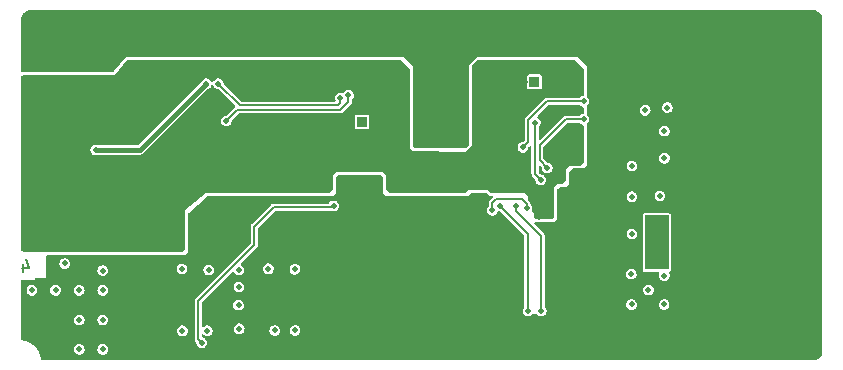
<source format=gbl>
%TF.GenerationSoftware,KiCad,Pcbnew,6.0.3-a3aad9c10e~116~ubuntu20.04.1*%
%TF.CreationDate,2022-03-23T21:19:15+01:00*%
%TF.ProjectId,Smart_Charger,536d6172-745f-4436-9861-726765722e6b,ED A0*%
%TF.SameCoordinates,Original*%
%TF.FileFunction,Copper,L4,Bot*%
%TF.FilePolarity,Positive*%
%FSLAX46Y46*%
G04 Gerber Fmt 4.6, Leading zero omitted, Abs format (unit mm)*
G04 Created by KiCad (PCBNEW 6.0.3-a3aad9c10e~116~ubuntu20.04.1) date 2022-03-23 21:19:15*
%MOMM*%
%LPD*%
G01*
G04 APERTURE LIST*
%ADD10C,0.150000*%
%TA.AperFunction,NonConductor*%
%ADD11C,0.150000*%
%TD*%
%TA.AperFunction,ComponentPad*%
%ADD12O,0.850000X0.850000*%
%TD*%
%TA.AperFunction,ComponentPad*%
%ADD13R,0.850000X0.850000*%
%TD*%
%TA.AperFunction,ComponentPad*%
%ADD14O,4.200000X2.000000*%
%TD*%
%TA.AperFunction,ComponentPad*%
%ADD15O,2.000000X4.200000*%
%TD*%
%TA.AperFunction,ComponentPad*%
%ADD16R,2.000000X4.600000*%
%TD*%
%TA.AperFunction,ComponentPad*%
%ADD17C,4.700000*%
%TD*%
%TA.AperFunction,HeatsinkPad*%
%ADD18C,0.600000*%
%TD*%
%TA.AperFunction,ViaPad*%
%ADD19C,0.500000*%
%TD*%
%TA.AperFunction,Conductor*%
%ADD20C,0.200000*%
%TD*%
%TA.AperFunction,Conductor*%
%ADD21C,0.400000*%
%TD*%
G04 APERTURE END LIST*
D10*
D11*
X111184523Y-90160714D02*
X111184523Y-90827380D01*
X111422619Y-89779761D02*
X111660714Y-90494047D01*
X111041666Y-90494047D01*
D12*
%TO.P,J201,2,Pin_2*%
%TO.N,GND*%
X153450000Y-74750000D03*
D13*
%TO.P,J201,1,Pin_1*%
%TO.N,/BQ24600RVAT/TS*%
X154450000Y-74750000D03*
%TD*%
D14*
%TO.P,J101,3*%
%TO.N,GNDPWR*%
X167700000Y-83550000D03*
D15*
%TO.P,J101,2*%
X171100000Y-88350000D03*
D16*
%TO.P,J101,1*%
%TO.N,/BQ24600RVAT/ADAPTER+*%
X164800000Y-88350000D03*
%TD*%
D17*
%TO.P,H302,1,1*%
%TO.N,GNDPWR*%
X175450000Y-77650000D03*
%TD*%
%TO.P,H301,1,1*%
%TO.N,GNDPWR*%
X127675000Y-87425000D03*
%TD*%
D12*
%TO.P,J302,2,Pin_2*%
%TO.N,GND*%
X140847500Y-78157500D03*
D13*
%TO.P,J302,1,Pin_1*%
%TO.N,/BQ7791502PWR/TS*%
X139847500Y-78157500D03*
%TD*%
D18*
%TO.P,U201,*%
%TO.N,GND*%
X153050000Y-82225000D03*
X152050000Y-83225000D03*
X153050000Y-83225000D03*
X152050000Y-82225000D03*
%TD*%
D19*
%TO.N,/BQ7791502PWR/BQ7791502PWR_CHG*%
X137450000Y-85225000D03*
X126275000Y-96825000D03*
%TO.N,GND*%
X143844466Y-82214944D03*
%TO.N,GNDPWR*%
X145900000Y-74000000D03*
X144500000Y-74000000D03*
X145900000Y-75800000D03*
X145900000Y-78200000D03*
%TO.N,/BQ7791502PWR/BATT-*%
X113900000Y-92400000D03*
%TO.N,GND*%
X116825000Y-74550000D03*
X142150000Y-79650000D03*
X149575000Y-80800000D03*
X133650000Y-81900000D03*
X122550000Y-84950000D03*
X117850000Y-84975000D03*
X111575000Y-74650000D03*
X154150000Y-73150000D03*
X111625000Y-86000000D03*
X132150000Y-74900000D03*
X151464874Y-76496245D03*
X143150000Y-73400000D03*
X123875945Y-83882885D03*
X154475000Y-85100000D03*
X137334416Y-75890283D03*
X158350614Y-77159841D03*
X149600000Y-73325000D03*
X158400000Y-74900000D03*
X126900000Y-73150000D03*
X153881971Y-80913849D03*
X111500000Y-79700000D03*
X130900000Y-73400000D03*
X122650000Y-82400000D03*
X124925000Y-75300000D03*
X157024684Y-81498454D03*
X125250000Y-77325000D03*
X125650000Y-74150000D03*
X120900000Y-84150000D03*
X142275000Y-83000000D03*
X124600000Y-87425000D03*
X116750000Y-86025000D03*
X121900000Y-73650000D03*
X119400000Y-76150000D03*
X127375000Y-77950500D03*
X119400000Y-74400000D03*
X151450000Y-74525000D03*
X142275000Y-81450000D03*
X143422500Y-75872500D03*
X138988921Y-80903225D03*
X154800000Y-86150000D03*
X155249455Y-78550385D03*
X139400000Y-73400000D03*
X143150000Y-77150000D03*
X120400000Y-73150000D03*
X127150000Y-83900000D03*
X135150000Y-74900000D03*
X157850000Y-73500000D03*
X142588060Y-83857608D03*
X157981025Y-75739744D03*
X158110270Y-78582449D03*
X120150000Y-85900000D03*
X154182307Y-75635731D03*
X123900000Y-73150000D03*
X114700000Y-79800000D03*
X129472500Y-81672500D03*
X129847500Y-74072500D03*
X113300000Y-83100000D03*
X151225000Y-80850000D03*
X127486890Y-81856232D03*
X135150000Y-83650000D03*
X126425000Y-77125000D03*
X124150000Y-81650000D03*
X154000000Y-84275000D03*
X132150000Y-79900000D03*
X127650000Y-74150000D03*
X125150000Y-82400000D03*
X150507144Y-76382890D03*
X129062249Y-83443953D03*
X121400000Y-87400000D03*
X155425000Y-77900000D03*
X114725000Y-87250000D03*
X141400000Y-74150000D03*
X137471848Y-81698825D03*
X142900000Y-78150000D03*
X126325000Y-81025000D03*
X114175000Y-76675000D03*
X124237770Y-76360564D03*
X123025000Y-76525000D03*
X122550000Y-83425000D03*
X114675000Y-90125000D03*
X136400000Y-73400000D03*
X140895000Y-81775000D03*
X133150000Y-73400000D03*
X124650000Y-86400000D03*
X158050000Y-81350000D03*
X132150000Y-83650000D03*
X133650000Y-78150000D03*
X140150000Y-79650000D03*
X150225000Y-81450000D03*
X115050000Y-84250000D03*
X135150000Y-79900000D03*
X119139999Y-86929999D03*
X122425000Y-75050000D03*
X120884203Y-76600075D03*
%TO.N,/BQ7791502PWR/VDD*%
X127675000Y-74900000D03*
X138025000Y-76100000D03*
%TO.N,/BQ7791502PWR/AVDD*%
X138700000Y-75875000D03*
X128350000Y-78050000D03*
%TO.N,+12V*%
X117300000Y-80500000D03*
X126650000Y-74900000D03*
%TO.N,/BQ24600RVAT/BQ24600RVAT_~{PG}*%
X153475000Y-80300000D03*
X158625000Y-76400000D03*
%TO.N,/BQ24600RVAT/BQ24600RVAT_STAT*%
X155538556Y-82038556D03*
X158625000Y-77925000D03*
%TO.N,/BQ24600RVAT/ADAPTER+*%
X165075000Y-84400000D03*
X162700000Y-87625000D03*
X164100000Y-92375000D03*
X162650000Y-91025000D03*
X162675000Y-93600000D03*
X165450000Y-91150000D03*
X163825000Y-77150000D03*
X165425000Y-93600000D03*
X165450000Y-78925000D03*
X162700000Y-81875000D03*
X165700000Y-76925000D03*
X162700000Y-84475000D03*
X165450000Y-81225000D03*
%TO.N,Net-(R208-Pad1)*%
X154976827Y-83024121D03*
X154526056Y-78201056D03*
%TO.N,/BQ7791502PWR/BATT-*%
X117900000Y-92400000D03*
X115900000Y-97400000D03*
X117900000Y-90725000D03*
X115900000Y-94900000D03*
X117900000Y-97400000D03*
X117900000Y-94900000D03*
X111900000Y-92400000D03*
X115900000Y-92400000D03*
%TO.N,Net-(Q3-Pad5)*%
X126875000Y-90675000D03*
X126750000Y-95825000D03*
X134175000Y-95800000D03*
X124600000Y-90600000D03*
X129400000Y-93650000D03*
X134175000Y-90625000D03*
X129425000Y-92125000D03*
X132463692Y-95797828D03*
X131925000Y-90575000D03*
X129450000Y-95650500D03*
X124650000Y-95825000D03*
X129425000Y-90675000D03*
%TO.N,GNDPWR*%
X159150000Y-74900000D03*
X158031269Y-87828058D03*
X167400000Y-91150000D03*
X146650000Y-95900000D03*
X170900000Y-78150000D03*
X167150000Y-86900000D03*
X161751151Y-78675807D03*
X173400000Y-80900000D03*
X157975334Y-85798406D03*
X177400000Y-86400000D03*
X133425000Y-84650000D03*
X146400000Y-97400000D03*
X177900000Y-79900000D03*
X177650000Y-92900000D03*
X130400000Y-84650000D03*
X173650000Y-74900000D03*
X144150000Y-93900000D03*
X152150000Y-95900000D03*
X161900000Y-74900000D03*
X138400000Y-88400000D03*
X156650000Y-85725000D03*
X125900000Y-89650000D03*
X146925000Y-86600000D03*
X145925000Y-86600000D03*
X151375000Y-94150000D03*
X169650000Y-81900000D03*
X124150000Y-89650000D03*
X159400000Y-97400000D03*
X144925000Y-86600000D03*
X131400000Y-87900000D03*
X174400000Y-88400000D03*
X160227641Y-78675807D03*
X142875000Y-84875000D03*
X170400000Y-84900000D03*
X142900000Y-97400000D03*
X165900000Y-97400000D03*
X156073534Y-87244733D03*
X170650000Y-91150000D03*
X130150000Y-97400000D03*
X144150000Y-91400000D03*
X150100000Y-94150000D03*
X130288556Y-89788556D03*
X165650000Y-74900000D03*
X142400000Y-88400000D03*
X167400000Y-94150000D03*
X144500000Y-75800000D03*
X150194194Y-85547510D03*
X169400000Y-95900000D03*
X141400000Y-91900000D03*
X160240775Y-77174187D03*
X140600000Y-87100000D03*
X135150000Y-86150000D03*
X133150000Y-87650000D03*
X177650000Y-90150000D03*
X136650000Y-84650000D03*
X169150000Y-75150000D03*
X153900000Y-97400000D03*
X162650000Y-95900000D03*
X141150000Y-83150000D03*
X177900000Y-75150000D03*
X136400000Y-97400000D03*
X136600000Y-86825000D03*
X143925000Y-86600000D03*
X127650000Y-97400000D03*
X146900000Y-92900000D03*
X174650000Y-92150000D03*
X132900000Y-89650000D03*
X166900000Y-78150000D03*
X174650000Y-84400000D03*
X172650000Y-97400000D03*
X150150000Y-97400000D03*
X141400000Y-95900000D03*
X139400000Y-97400000D03*
X170650000Y-93650000D03*
X147925000Y-86600000D03*
X139935000Y-85925000D03*
X149500000Y-85484700D03*
X152650000Y-94100000D03*
X134800000Y-89975000D03*
X144500000Y-78200000D03*
X133400000Y-97400000D03*
X138375000Y-85925000D03*
X155290440Y-86837204D03*
X158023278Y-83784736D03*
X156900000Y-95900000D03*
%TO.N,/BQ24600RVAT/BQ24600RVAT_BTST*%
X150891542Y-85621577D03*
X153800000Y-85400000D03*
%TO.N,/BQ24600RVAT/BQ24600RVAT_HIDRV*%
X155025000Y-94150000D03*
X152898111Y-85274748D03*
%TO.N,/BQ24600RVAT/BQ24600RVAT_LODRV*%
X151500000Y-85240649D03*
X153905000Y-94125000D03*
%TD*%
D20*
%TO.N,/BQ7791502PWR/AVDD*%
X129275000Y-77125000D02*
X128350000Y-78050000D01*
X138000000Y-77125000D02*
X129275000Y-77125000D01*
X138700000Y-75875000D02*
X138700000Y-76425000D01*
X138700000Y-76425000D02*
X138000000Y-77125000D01*
%TO.N,/BQ7791502PWR/BQ7791502PWR_CHG*%
X125975000Y-93325000D02*
X130725000Y-88575000D01*
X126275000Y-96825000D02*
X125975000Y-96525000D01*
X130725000Y-88575000D02*
X130725000Y-87000000D01*
X125975000Y-96525000D02*
X125975000Y-93325000D01*
X130725000Y-87000000D02*
X132375000Y-85350000D01*
X132375000Y-85350000D02*
X137325000Y-85350000D01*
X137325000Y-85350000D02*
X137450000Y-85225000D01*
%TO.N,/BQ24600RVAT/BQ24600RVAT_HIDRV*%
X152898111Y-85665362D02*
X152898111Y-85274748D01*
X155025000Y-87792251D02*
X152898111Y-85665362D01*
X155025000Y-94150000D02*
X155025000Y-87792251D01*
%TO.N,/BQ24600RVAT/BQ24600RVAT_BTST*%
X153800000Y-85400000D02*
X153800000Y-85100000D01*
X153800000Y-85100000D02*
X153368879Y-84668879D01*
X153368879Y-84668879D02*
X151231121Y-84668879D01*
X151231121Y-84668879D02*
X150891542Y-85008458D01*
X150891542Y-85008458D02*
X150891542Y-85621577D01*
%TO.N,/BQ24600RVAT/BQ24600RVAT_~{PG}*%
X158625000Y-76400000D02*
X155529762Y-76400000D01*
X155529762Y-76400000D02*
X153927481Y-78002281D01*
X153927481Y-78002281D02*
X153927481Y-79847519D01*
X153927481Y-79847519D02*
X153475000Y-80300000D01*
%TO.N,Net-(R208-Pad1)*%
X154500000Y-78227112D02*
X154526056Y-78201056D01*
X154500000Y-82547294D02*
X154500000Y-78227112D01*
X154976827Y-83024121D02*
X154500000Y-82547294D01*
%TO.N,/BQ24600RVAT/BQ24600RVAT_STAT*%
X157100000Y-77925000D02*
X154900000Y-80125000D01*
X154900000Y-80125000D02*
X154900000Y-81400000D01*
X154900000Y-81400000D02*
X155538556Y-82038556D01*
X158625000Y-77925000D02*
X157100000Y-77925000D01*
%TO.N,GND*%
X140895000Y-81775000D02*
X141065000Y-81775000D01*
X141065000Y-81775000D02*
X141395000Y-81445000D01*
%TO.N,/BQ7791502PWR/VDD*%
X129500000Y-76725000D02*
X127675000Y-74900000D01*
X137825000Y-76725000D02*
X129500000Y-76725000D01*
X138025000Y-76100000D02*
X138025000Y-76525000D01*
X138025000Y-76525000D02*
X137825000Y-76725000D01*
D21*
%TO.N,+12V*%
X117300000Y-80500000D02*
X121050000Y-80500000D01*
X121050000Y-80500000D02*
X126650000Y-74900000D01*
D20*
%TO.N,/BQ24600RVAT/BQ24600RVAT_LODRV*%
X151500000Y-85258500D02*
X151500000Y-85240649D01*
X153905000Y-87663500D02*
X151500000Y-85258500D01*
X153905000Y-94125000D02*
X153905000Y-87663500D01*
%TD*%
%TA.AperFunction,Conductor*%
%TO.N,GNDPWR*%
G36*
X178070461Y-68675826D02*
G01*
X178085086Y-68675826D01*
X178100000Y-68680672D01*
X178108732Y-68677835D01*
X178111999Y-68678896D01*
X178112215Y-68676703D01*
X178231641Y-68688465D01*
X178250671Y-68692251D01*
X178309298Y-68710035D01*
X178367924Y-68727819D01*
X178385854Y-68735246D01*
X178493910Y-68793003D01*
X178510047Y-68803785D01*
X178604765Y-68881518D01*
X178618482Y-68895235D01*
X178651513Y-68935483D01*
X178696215Y-68989953D01*
X178706997Y-69006090D01*
X178764754Y-69114146D01*
X178772181Y-69132076D01*
X178807749Y-69249327D01*
X178811535Y-69268361D01*
X178823297Y-69387785D01*
X178822181Y-69387895D01*
X178822603Y-69389920D01*
X178819328Y-69400000D01*
X178824174Y-69414914D01*
X178824174Y-69429539D01*
X178824500Y-69431597D01*
X178824500Y-97543403D01*
X178824174Y-97545461D01*
X178824174Y-97560086D01*
X178819328Y-97575000D01*
X178822165Y-97583732D01*
X178821104Y-97586999D01*
X178823297Y-97587215D01*
X178813275Y-97688976D01*
X178811535Y-97706639D01*
X178807749Y-97725671D01*
X178801902Y-97744948D01*
X178772181Y-97842924D01*
X178764754Y-97860854D01*
X178706997Y-97968910D01*
X178696215Y-97985047D01*
X178618482Y-98079765D01*
X178604765Y-98093482D01*
X178554798Y-98134489D01*
X178510047Y-98171215D01*
X178493910Y-98181997D01*
X178385854Y-98239754D01*
X178367924Y-98247181D01*
X178309298Y-98264965D01*
X178250671Y-98282749D01*
X178231641Y-98286535D01*
X178112215Y-98298297D01*
X178112105Y-98297181D01*
X178110080Y-98297603D01*
X178100000Y-98294328D01*
X178085086Y-98299174D01*
X178070461Y-98299174D01*
X178068403Y-98299500D01*
X112756569Y-98299500D01*
X112698378Y-98280593D01*
X112662414Y-98231093D01*
X112657841Y-98207837D01*
X112652928Y-98141718D01*
X112652927Y-98141712D01*
X112652656Y-98138064D01*
X112594688Y-97881882D01*
X112582879Y-97851514D01*
X112538084Y-97736325D01*
X112499490Y-97637082D01*
X112369155Y-97409043D01*
X112366884Y-97406162D01*
X112357643Y-97394440D01*
X115444901Y-97394440D01*
X115445816Y-97401437D01*
X115445816Y-97401438D01*
X115447082Y-97411120D01*
X115461633Y-97522394D01*
X115464471Y-97528845D01*
X115464472Y-97528847D01*
X115502559Y-97615407D01*
X115513605Y-97640510D01*
X115548758Y-97682330D01*
X115592100Y-97733892D01*
X115592103Y-97733894D01*
X115596639Y-97739291D01*
X115704060Y-97810796D01*
X115710788Y-97812898D01*
X115710790Y-97812899D01*
X115765646Y-97830037D01*
X115827233Y-97849278D01*
X115891744Y-97850460D01*
X115949202Y-97851514D01*
X115949204Y-97851514D01*
X115956255Y-97851643D01*
X115963058Y-97849788D01*
X115963060Y-97849788D01*
X116007404Y-97837698D01*
X116080755Y-97817700D01*
X116190724Y-97750179D01*
X116221351Y-97716343D01*
X116272590Y-97659735D01*
X116272590Y-97659734D01*
X116277322Y-97654507D01*
X116333588Y-97538375D01*
X116354997Y-97411120D01*
X116355133Y-97400000D01*
X116354337Y-97394440D01*
X117444901Y-97394440D01*
X117445816Y-97401437D01*
X117445816Y-97401438D01*
X117447082Y-97411120D01*
X117461633Y-97522394D01*
X117464471Y-97528845D01*
X117464472Y-97528847D01*
X117502559Y-97615407D01*
X117513605Y-97640510D01*
X117548758Y-97682330D01*
X117592100Y-97733892D01*
X117592103Y-97733894D01*
X117596639Y-97739291D01*
X117704060Y-97810796D01*
X117710788Y-97812898D01*
X117710790Y-97812899D01*
X117765646Y-97830037D01*
X117827233Y-97849278D01*
X117891744Y-97850460D01*
X117949202Y-97851514D01*
X117949204Y-97851514D01*
X117956255Y-97851643D01*
X117963058Y-97849788D01*
X117963060Y-97849788D01*
X118007404Y-97837698D01*
X118080755Y-97817700D01*
X118190724Y-97750179D01*
X118221351Y-97716343D01*
X118272590Y-97659735D01*
X118272590Y-97659734D01*
X118277322Y-97654507D01*
X118333588Y-97538375D01*
X118354997Y-97411120D01*
X118355133Y-97400000D01*
X118336839Y-97272259D01*
X118283428Y-97154788D01*
X118199193Y-97057028D01*
X118193276Y-97053193D01*
X118193274Y-97053191D01*
X118113609Y-97001556D01*
X118090906Y-96986841D01*
X118084150Y-96984821D01*
X118084149Y-96984820D01*
X118012443Y-96963375D01*
X117967273Y-96949866D01*
X117890644Y-96949398D01*
X117845282Y-96949121D01*
X117838231Y-96949078D01*
X117831454Y-96951015D01*
X117831453Y-96951015D01*
X117720935Y-96982601D01*
X117720933Y-96982602D01*
X117714155Y-96984539D01*
X117605019Y-97053399D01*
X117519596Y-97150122D01*
X117464754Y-97266932D01*
X117444901Y-97394440D01*
X116354337Y-97394440D01*
X116336839Y-97272259D01*
X116283428Y-97154788D01*
X116199193Y-97057028D01*
X116193276Y-97053193D01*
X116193274Y-97053191D01*
X116113609Y-97001556D01*
X116090906Y-96986841D01*
X116084150Y-96984821D01*
X116084149Y-96984820D01*
X116012443Y-96963375D01*
X115967273Y-96949866D01*
X115890644Y-96949398D01*
X115845282Y-96949121D01*
X115838231Y-96949078D01*
X115831454Y-96951015D01*
X115831453Y-96951015D01*
X115720935Y-96982601D01*
X115720933Y-96982602D01*
X115714155Y-96984539D01*
X115605019Y-97053399D01*
X115519596Y-97150122D01*
X115464754Y-97266932D01*
X115444901Y-97394440D01*
X112357643Y-97394440D01*
X112208818Y-97205655D01*
X112208816Y-97205653D01*
X112206545Y-97202772D01*
X112015232Y-97022803D01*
X111850708Y-96908669D01*
X111802438Y-96875183D01*
X111802435Y-96875181D01*
X111799419Y-96873089D01*
X111585063Y-96767380D01*
X111567150Y-96758546D01*
X111567146Y-96758544D01*
X111563848Y-96756918D01*
X111560346Y-96755797D01*
X111560341Y-96755795D01*
X111409022Y-96707358D01*
X111313693Y-96676843D01*
X111310078Y-96676254D01*
X111310077Y-96676254D01*
X111083586Y-96639367D01*
X111029191Y-96611351D01*
X111001652Y-96556714D01*
X111000500Y-96541654D01*
X111000500Y-95819440D01*
X124194901Y-95819440D01*
X124195816Y-95826437D01*
X124195816Y-95826438D01*
X124197082Y-95836120D01*
X124211633Y-95947394D01*
X124214471Y-95953845D01*
X124214472Y-95953847D01*
X124260031Y-96057388D01*
X124263605Y-96065510D01*
X124292410Y-96099778D01*
X124342100Y-96158892D01*
X124342103Y-96158894D01*
X124346639Y-96164291D01*
X124454060Y-96235796D01*
X124460788Y-96237898D01*
X124460790Y-96237899D01*
X124504370Y-96251514D01*
X124577233Y-96274278D01*
X124641744Y-96275460D01*
X124699202Y-96276514D01*
X124699204Y-96276514D01*
X124706255Y-96276643D01*
X124713058Y-96274788D01*
X124713060Y-96274788D01*
X124754828Y-96263400D01*
X124830755Y-96242700D01*
X124940724Y-96175179D01*
X124955466Y-96158892D01*
X125022590Y-96084735D01*
X125022590Y-96084734D01*
X125027322Y-96079507D01*
X125083588Y-95963375D01*
X125094854Y-95896409D01*
X125104363Y-95839891D01*
X125104363Y-95839886D01*
X125104997Y-95836120D01*
X125105133Y-95825000D01*
X125086839Y-95697259D01*
X125033428Y-95579788D01*
X124974199Y-95511049D01*
X124953798Y-95487372D01*
X124953797Y-95487371D01*
X124949193Y-95482028D01*
X124943276Y-95478193D01*
X124943274Y-95478191D01*
X124872813Y-95432522D01*
X124840906Y-95411841D01*
X124834150Y-95409821D01*
X124834149Y-95409820D01*
X124770140Y-95390677D01*
X124717273Y-95374866D01*
X124640644Y-95374398D01*
X124595282Y-95374121D01*
X124588231Y-95374078D01*
X124581454Y-95376015D01*
X124581453Y-95376015D01*
X124470935Y-95407601D01*
X124470933Y-95407602D01*
X124464155Y-95409539D01*
X124355019Y-95478399D01*
X124269596Y-95575122D01*
X124214754Y-95691932D01*
X124194901Y-95819440D01*
X111000500Y-95819440D01*
X111000500Y-94894440D01*
X115444901Y-94894440D01*
X115445816Y-94901437D01*
X115445816Y-94901438D01*
X115447082Y-94911120D01*
X115461633Y-95022394D01*
X115464471Y-95028845D01*
X115464472Y-95028847D01*
X115471458Y-95044724D01*
X115513605Y-95140510D01*
X115555122Y-95189900D01*
X115592100Y-95233892D01*
X115592103Y-95233894D01*
X115596639Y-95239291D01*
X115704060Y-95310796D01*
X115710788Y-95312898D01*
X115710790Y-95312899D01*
X115765647Y-95330037D01*
X115827233Y-95349278D01*
X115891744Y-95350461D01*
X115949202Y-95351514D01*
X115949204Y-95351514D01*
X115956255Y-95351643D01*
X115963058Y-95349788D01*
X115963060Y-95349788D01*
X116004828Y-95338400D01*
X116080755Y-95317700D01*
X116190724Y-95250179D01*
X116201022Y-95238802D01*
X116272590Y-95159735D01*
X116272590Y-95159734D01*
X116277322Y-95154507D01*
X116333588Y-95038375D01*
X116354997Y-94911120D01*
X116355133Y-94900000D01*
X116354337Y-94894440D01*
X117444901Y-94894440D01*
X117445816Y-94901437D01*
X117445816Y-94901438D01*
X117447082Y-94911120D01*
X117461633Y-95022394D01*
X117464471Y-95028845D01*
X117464472Y-95028847D01*
X117471458Y-95044724D01*
X117513605Y-95140510D01*
X117555122Y-95189900D01*
X117592100Y-95233892D01*
X117592103Y-95233894D01*
X117596639Y-95239291D01*
X117704060Y-95310796D01*
X117710788Y-95312898D01*
X117710790Y-95312899D01*
X117765647Y-95330037D01*
X117827233Y-95349278D01*
X117891744Y-95350461D01*
X117949202Y-95351514D01*
X117949204Y-95351514D01*
X117956255Y-95351643D01*
X117963058Y-95349788D01*
X117963060Y-95349788D01*
X118004828Y-95338400D01*
X118080755Y-95317700D01*
X118190724Y-95250179D01*
X118201022Y-95238802D01*
X118272590Y-95159735D01*
X118272590Y-95159734D01*
X118277322Y-95154507D01*
X118333588Y-95038375D01*
X118354997Y-94911120D01*
X118355133Y-94900000D01*
X118336839Y-94772259D01*
X118283428Y-94654788D01*
X118214168Y-94574407D01*
X118203798Y-94562372D01*
X118203797Y-94562371D01*
X118199193Y-94557028D01*
X118193276Y-94553193D01*
X118193274Y-94553191D01*
X118096824Y-94490677D01*
X118090906Y-94486841D01*
X118084150Y-94484821D01*
X118084149Y-94484820D01*
X118028573Y-94468199D01*
X117967273Y-94449866D01*
X117890644Y-94449398D01*
X117845282Y-94449121D01*
X117838231Y-94449078D01*
X117831454Y-94451015D01*
X117831453Y-94451015D01*
X117720935Y-94482601D01*
X117720933Y-94482602D01*
X117714155Y-94484539D01*
X117605019Y-94553399D01*
X117519596Y-94650122D01*
X117464754Y-94766932D01*
X117444901Y-94894440D01*
X116354337Y-94894440D01*
X116336839Y-94772259D01*
X116283428Y-94654788D01*
X116214168Y-94574407D01*
X116203798Y-94562372D01*
X116203797Y-94562371D01*
X116199193Y-94557028D01*
X116193276Y-94553193D01*
X116193274Y-94553191D01*
X116096824Y-94490677D01*
X116090906Y-94486841D01*
X116084150Y-94484821D01*
X116084149Y-94484820D01*
X116028573Y-94468199D01*
X115967273Y-94449866D01*
X115890644Y-94449398D01*
X115845282Y-94449121D01*
X115838231Y-94449078D01*
X115831454Y-94451015D01*
X115831453Y-94451015D01*
X115720935Y-94482601D01*
X115720933Y-94482602D01*
X115714155Y-94484539D01*
X115605019Y-94553399D01*
X115519596Y-94650122D01*
X115464754Y-94766932D01*
X115444901Y-94894440D01*
X111000500Y-94894440D01*
X111000500Y-93310066D01*
X125669660Y-93310066D01*
X125673596Y-93338987D01*
X125674500Y-93352337D01*
X125674500Y-96471492D01*
X125674197Y-96475617D01*
X125672575Y-96480342D01*
X125672918Y-96489476D01*
X125674430Y-96529761D01*
X125674500Y-96533474D01*
X125674500Y-96552948D01*
X125675325Y-96557378D01*
X125675661Y-96562571D01*
X125676774Y-96592208D01*
X125680380Y-96600602D01*
X125680381Y-96600605D01*
X125681317Y-96602783D01*
X125687683Y-96623734D01*
X125689791Y-96635053D01*
X125694588Y-96642835D01*
X125703768Y-96657728D01*
X125710451Y-96670595D01*
X125720964Y-96695063D01*
X125724978Y-96699949D01*
X125729342Y-96704313D01*
X125743613Y-96722368D01*
X125748532Y-96730348D01*
X125771769Y-96748018D01*
X125781839Y-96756810D01*
X125792409Y-96767380D01*
X125820569Y-96824548D01*
X125836633Y-96947394D01*
X125839471Y-96953845D01*
X125839472Y-96953847D01*
X125885764Y-97059054D01*
X125888605Y-97065510D01*
X125930122Y-97114900D01*
X125967100Y-97158892D01*
X125967103Y-97158894D01*
X125971639Y-97164291D01*
X126079060Y-97235796D01*
X126085788Y-97237898D01*
X126085790Y-97237899D01*
X126140647Y-97255037D01*
X126202233Y-97274278D01*
X126266744Y-97275460D01*
X126324202Y-97276514D01*
X126324204Y-97276514D01*
X126331255Y-97276643D01*
X126338058Y-97274788D01*
X126338060Y-97274788D01*
X126390286Y-97260549D01*
X126455755Y-97242700D01*
X126565724Y-97175179D01*
X126584181Y-97154788D01*
X126647590Y-97084735D01*
X126647590Y-97084734D01*
X126652322Y-97079507D01*
X126708588Y-96963375D01*
X126723425Y-96875183D01*
X126729363Y-96839891D01*
X126729363Y-96839886D01*
X126729997Y-96836120D01*
X126730133Y-96825000D01*
X126711839Y-96697259D01*
X126678412Y-96623741D01*
X126661349Y-96586212D01*
X126661348Y-96586211D01*
X126658428Y-96579788D01*
X126574193Y-96482028D01*
X126568276Y-96478193D01*
X126568274Y-96478191D01*
X126471824Y-96415677D01*
X126465906Y-96411841D01*
X126459150Y-96409821D01*
X126459149Y-96409820D01*
X126346133Y-96376020D01*
X126295800Y-96341232D01*
X126275500Y-96281171D01*
X126275500Y-96231251D01*
X126294407Y-96173060D01*
X126343907Y-96137096D01*
X126405093Y-96137096D01*
X126440487Y-96157449D01*
X126442100Y-96158891D01*
X126446639Y-96164291D01*
X126452510Y-96168199D01*
X126452511Y-96168200D01*
X126529660Y-96219554D01*
X126554060Y-96235796D01*
X126560788Y-96237898D01*
X126560790Y-96237899D01*
X126604370Y-96251514D01*
X126677233Y-96274278D01*
X126741744Y-96275460D01*
X126799202Y-96276514D01*
X126799204Y-96276514D01*
X126806255Y-96276643D01*
X126813058Y-96274788D01*
X126813060Y-96274788D01*
X126854828Y-96263400D01*
X126930755Y-96242700D01*
X127040724Y-96175179D01*
X127055466Y-96158892D01*
X127122590Y-96084735D01*
X127122590Y-96084734D01*
X127127322Y-96079507D01*
X127183588Y-95963375D01*
X127194854Y-95896409D01*
X127204363Y-95839891D01*
X127204363Y-95839886D01*
X127204997Y-95836120D01*
X127205133Y-95825000D01*
X127186839Y-95697259D01*
X127163051Y-95644940D01*
X128994901Y-95644940D01*
X128995816Y-95651937D01*
X128995816Y-95651938D01*
X128996658Y-95658377D01*
X129011633Y-95772894D01*
X129014471Y-95779345D01*
X129014472Y-95779347D01*
X129039453Y-95836120D01*
X129063605Y-95891010D01*
X129101594Y-95936203D01*
X129142100Y-95984392D01*
X129142103Y-95984394D01*
X129146639Y-95989791D01*
X129254060Y-96061296D01*
X129260788Y-96063398D01*
X129260790Y-96063399D01*
X129312350Y-96079507D01*
X129377233Y-96099778D01*
X129441744Y-96100961D01*
X129499202Y-96102014D01*
X129499204Y-96102014D01*
X129506255Y-96102143D01*
X129513058Y-96100288D01*
X129513060Y-96100288D01*
X129570106Y-96084735D01*
X129630755Y-96068200D01*
X129740724Y-96000679D01*
X129827322Y-95905007D01*
X129881944Y-95792268D01*
X132008593Y-95792268D01*
X132009508Y-95799265D01*
X132009508Y-95799266D01*
X132010774Y-95808948D01*
X132025325Y-95920222D01*
X132028163Y-95926673D01*
X132028164Y-95926675D01*
X132062351Y-96004371D01*
X132077297Y-96038338D01*
X132102399Y-96068200D01*
X132155792Y-96131720D01*
X132155795Y-96131722D01*
X132160331Y-96137119D01*
X132267752Y-96208624D01*
X132274480Y-96210726D01*
X132274482Y-96210727D01*
X132329339Y-96227865D01*
X132390925Y-96247106D01*
X132455436Y-96248288D01*
X132512894Y-96249342D01*
X132512896Y-96249342D01*
X132519947Y-96249471D01*
X132526750Y-96247616D01*
X132526752Y-96247616D01*
X132586776Y-96231251D01*
X132644447Y-96215528D01*
X132754416Y-96148007D01*
X132829993Y-96064511D01*
X132836282Y-96057563D01*
X132836282Y-96057562D01*
X132841014Y-96052335D01*
X132887486Y-95956418D01*
X132894204Y-95942552D01*
X132894204Y-95942551D01*
X132897280Y-95936203D01*
X132914118Y-95836120D01*
X132918055Y-95812719D01*
X132918055Y-95812714D01*
X132918689Y-95808948D01*
X132918825Y-95797828D01*
X132918340Y-95794440D01*
X133719901Y-95794440D01*
X133720816Y-95801437D01*
X133720816Y-95801438D01*
X133721798Y-95808948D01*
X133736633Y-95922394D01*
X133739471Y-95928845D01*
X133739472Y-95928847D01*
X133785764Y-96034054D01*
X133788605Y-96040510D01*
X133825780Y-96084735D01*
X133867100Y-96133892D01*
X133867103Y-96133894D01*
X133871639Y-96139291D01*
X133979060Y-96210796D01*
X133985788Y-96212898D01*
X133985790Y-96212899D01*
X134040646Y-96230037D01*
X134102233Y-96249278D01*
X134166744Y-96250461D01*
X134224202Y-96251514D01*
X134224204Y-96251514D01*
X134231255Y-96251643D01*
X134238058Y-96249788D01*
X134238060Y-96249788D01*
X134289380Y-96235796D01*
X134355755Y-96217700D01*
X134465724Y-96150179D01*
X134543267Y-96064511D01*
X134547590Y-96059735D01*
X134547590Y-96059734D01*
X134552322Y-96054507D01*
X134593399Y-95969724D01*
X134605512Y-95944724D01*
X134605512Y-95944723D01*
X134608588Y-95938375D01*
X134626434Y-95832299D01*
X134629363Y-95814891D01*
X134629363Y-95814886D01*
X134629997Y-95811120D01*
X134630133Y-95800000D01*
X134611839Y-95672259D01*
X134558428Y-95554788D01*
X134505395Y-95493240D01*
X134478798Y-95462372D01*
X134478797Y-95462371D01*
X134474193Y-95457028D01*
X134468276Y-95453193D01*
X134468274Y-95453191D01*
X134371824Y-95390677D01*
X134365906Y-95386841D01*
X134359150Y-95384821D01*
X134359149Y-95384820D01*
X134316335Y-95372016D01*
X134242273Y-95349866D01*
X134165644Y-95349398D01*
X134120282Y-95349121D01*
X134113231Y-95349078D01*
X134106454Y-95351015D01*
X134106453Y-95351015D01*
X133995935Y-95382601D01*
X133995933Y-95382602D01*
X133989155Y-95384539D01*
X133880019Y-95453399D01*
X133794596Y-95550122D01*
X133739754Y-95666932D01*
X133719901Y-95794440D01*
X132918340Y-95794440D01*
X132900531Y-95670087D01*
X132860255Y-95581504D01*
X132850041Y-95559040D01*
X132850040Y-95559039D01*
X132847120Y-95552616D01*
X132782992Y-95478191D01*
X132767490Y-95460200D01*
X132767489Y-95460199D01*
X132762885Y-95454856D01*
X132756968Y-95451021D01*
X132756966Y-95451019D01*
X132678162Y-95399942D01*
X132654598Y-95384669D01*
X132647842Y-95382649D01*
X132647841Y-95382648D01*
X132544988Y-95351888D01*
X132530965Y-95347694D01*
X132454336Y-95347226D01*
X132408974Y-95346949D01*
X132401923Y-95346906D01*
X132395146Y-95348843D01*
X132395145Y-95348843D01*
X132284627Y-95380429D01*
X132284625Y-95380430D01*
X132277847Y-95382367D01*
X132271883Y-95386130D01*
X132257289Y-95395338D01*
X132168711Y-95451227D01*
X132083288Y-95547950D01*
X132028446Y-95664760D01*
X132008593Y-95792268D01*
X129881944Y-95792268D01*
X129883588Y-95788875D01*
X129899001Y-95697259D01*
X129904363Y-95665391D01*
X129904363Y-95665386D01*
X129904997Y-95661620D01*
X129905133Y-95650500D01*
X129886839Y-95522759D01*
X129837072Y-95413302D01*
X129836349Y-95411712D01*
X129836348Y-95411711D01*
X129833428Y-95405288D01*
X129749193Y-95307528D01*
X129743276Y-95303693D01*
X129743274Y-95303691D01*
X129646824Y-95241177D01*
X129640906Y-95237341D01*
X129634150Y-95235321D01*
X129634149Y-95235320D01*
X129591335Y-95222516D01*
X129517273Y-95200366D01*
X129440644Y-95199898D01*
X129395282Y-95199621D01*
X129388231Y-95199578D01*
X129381454Y-95201515D01*
X129381453Y-95201515D01*
X129270935Y-95233101D01*
X129270933Y-95233102D01*
X129264155Y-95235039D01*
X129155019Y-95303899D01*
X129069596Y-95400622D01*
X129014754Y-95517432D01*
X128994901Y-95644940D01*
X127163051Y-95644940D01*
X127133428Y-95579788D01*
X127074199Y-95511049D01*
X127053798Y-95487372D01*
X127053797Y-95487371D01*
X127049193Y-95482028D01*
X127043276Y-95478193D01*
X127043274Y-95478191D01*
X126972813Y-95432522D01*
X126940906Y-95411841D01*
X126934150Y-95409821D01*
X126934149Y-95409820D01*
X126870140Y-95390677D01*
X126817273Y-95374866D01*
X126740644Y-95374398D01*
X126695282Y-95374121D01*
X126688231Y-95374078D01*
X126681454Y-95376015D01*
X126681453Y-95376015D01*
X126570935Y-95407601D01*
X126570933Y-95407602D01*
X126564155Y-95409539D01*
X126455019Y-95478399D01*
X126450352Y-95483683D01*
X126450350Y-95483685D01*
X126448702Y-95485551D01*
X126446926Y-95486599D01*
X126444978Y-95488257D01*
X126444690Y-95487919D01*
X126396009Y-95516649D01*
X126335101Y-95510836D01*
X126289241Y-95470333D01*
X126275500Y-95420014D01*
X126275500Y-93644440D01*
X128944901Y-93644440D01*
X128945816Y-93651437D01*
X128945816Y-93651438D01*
X128947082Y-93661120D01*
X128961633Y-93772394D01*
X128964471Y-93778845D01*
X128964472Y-93778847D01*
X129004509Y-93869838D01*
X129013605Y-93890510D01*
X129031007Y-93911212D01*
X129092100Y-93983892D01*
X129092103Y-93983894D01*
X129096639Y-93989291D01*
X129204060Y-94060796D01*
X129210788Y-94062898D01*
X129210790Y-94062899D01*
X129265647Y-94080037D01*
X129327233Y-94099278D01*
X129391744Y-94100461D01*
X129449202Y-94101514D01*
X129449204Y-94101514D01*
X129456255Y-94101643D01*
X129463058Y-94099788D01*
X129463060Y-94099788D01*
X129504828Y-94088400D01*
X129580755Y-94067700D01*
X129679797Y-94006888D01*
X129684711Y-94003871D01*
X129690724Y-94000179D01*
X129700579Y-93989291D01*
X129772590Y-93909735D01*
X129772590Y-93909734D01*
X129777322Y-93904507D01*
X129833588Y-93788375D01*
X129854997Y-93661120D01*
X129855133Y-93650000D01*
X129836839Y-93522259D01*
X129795932Y-93432288D01*
X129786349Y-93411212D01*
X129786348Y-93411211D01*
X129783428Y-93404788D01*
X129699193Y-93307028D01*
X129693276Y-93303193D01*
X129693274Y-93303191D01*
X129616131Y-93253191D01*
X129590906Y-93236841D01*
X129584150Y-93234821D01*
X129584149Y-93234820D01*
X129541335Y-93222016D01*
X129467273Y-93199866D01*
X129390644Y-93199398D01*
X129345282Y-93199121D01*
X129338231Y-93199078D01*
X129331454Y-93201015D01*
X129331453Y-93201015D01*
X129220935Y-93232601D01*
X129220933Y-93232602D01*
X129214155Y-93234539D01*
X129208191Y-93238302D01*
X129184264Y-93253399D01*
X129105019Y-93303399D01*
X129019596Y-93400122D01*
X128964754Y-93516932D01*
X128944901Y-93644440D01*
X126275500Y-93644440D01*
X126275500Y-93490479D01*
X126294407Y-93432288D01*
X126304496Y-93420475D01*
X127605532Y-92119440D01*
X128969901Y-92119440D01*
X128970816Y-92126437D01*
X128970816Y-92126438D01*
X128972082Y-92136120D01*
X128986633Y-92247394D01*
X128989471Y-92253845D01*
X128989472Y-92253847D01*
X129035764Y-92359054D01*
X129038605Y-92365510D01*
X129062923Y-92394440D01*
X129117100Y-92458892D01*
X129117103Y-92458894D01*
X129121639Y-92464291D01*
X129229060Y-92535796D01*
X129235788Y-92537898D01*
X129235790Y-92537899D01*
X129290646Y-92555037D01*
X129352233Y-92574278D01*
X129416744Y-92575460D01*
X129474202Y-92576514D01*
X129474204Y-92576514D01*
X129481255Y-92576643D01*
X129488058Y-92574788D01*
X129488060Y-92574788D01*
X129529828Y-92563400D01*
X129605755Y-92542700D01*
X129715724Y-92475179D01*
X129777166Y-92407299D01*
X129797590Y-92384735D01*
X129797590Y-92384734D01*
X129802322Y-92379507D01*
X129858588Y-92263375D01*
X129876568Y-92156504D01*
X129879363Y-92139891D01*
X129879363Y-92139886D01*
X129879997Y-92136120D01*
X129880054Y-92131504D01*
X129880086Y-92128825D01*
X129880133Y-92125000D01*
X129861839Y-91997259D01*
X129808428Y-91879788D01*
X129724193Y-91782028D01*
X129718276Y-91778193D01*
X129718274Y-91778191D01*
X129621824Y-91715677D01*
X129615906Y-91711841D01*
X129609150Y-91709821D01*
X129609149Y-91709820D01*
X129566335Y-91697016D01*
X129492273Y-91674866D01*
X129415644Y-91674398D01*
X129370282Y-91674121D01*
X129363231Y-91674078D01*
X129356454Y-91676015D01*
X129356453Y-91676015D01*
X129245935Y-91707601D01*
X129245933Y-91707602D01*
X129239155Y-91709539D01*
X129130019Y-91778399D01*
X129044596Y-91875122D01*
X128989754Y-91991932D01*
X128969901Y-92119440D01*
X127605532Y-92119440D01*
X128866254Y-90858718D01*
X128920771Y-90830941D01*
X128981203Y-90840512D01*
X129026873Y-90888849D01*
X129035762Y-90909051D01*
X129035764Y-90909054D01*
X129038605Y-90915510D01*
X129070751Y-90953752D01*
X129117100Y-91008892D01*
X129117103Y-91008894D01*
X129121639Y-91014291D01*
X129229060Y-91085796D01*
X129235788Y-91087898D01*
X129235790Y-91087899D01*
X129290646Y-91105037D01*
X129352233Y-91124278D01*
X129416744Y-91125460D01*
X129474202Y-91126514D01*
X129474204Y-91126514D01*
X129481255Y-91126643D01*
X129488058Y-91124788D01*
X129488060Y-91124788D01*
X129529828Y-91113400D01*
X129605755Y-91092700D01*
X129715724Y-91025179D01*
X129720459Y-91019948D01*
X129797590Y-90934735D01*
X129797590Y-90934734D01*
X129802322Y-90929507D01*
X129858588Y-90813375D01*
X129872809Y-90728847D01*
X129879363Y-90689891D01*
X129879363Y-90689886D01*
X129879997Y-90686120D01*
X129880133Y-90675000D01*
X129865016Y-90569440D01*
X131469901Y-90569440D01*
X131470816Y-90576437D01*
X131470816Y-90576438D01*
X131472082Y-90586120D01*
X131486633Y-90697394D01*
X131489471Y-90703845D01*
X131489472Y-90703847D01*
X131533473Y-90803847D01*
X131538605Y-90815510D01*
X131572992Y-90856418D01*
X131617100Y-90908892D01*
X131617103Y-90908894D01*
X131621639Y-90914291D01*
X131729060Y-90985796D01*
X131735788Y-90987898D01*
X131735790Y-90987899D01*
X131790646Y-91005037D01*
X131852233Y-91024278D01*
X131916744Y-91025461D01*
X131974202Y-91026514D01*
X131974204Y-91026514D01*
X131981255Y-91026643D01*
X131988058Y-91024788D01*
X131988060Y-91024788D01*
X132046364Y-91008892D01*
X132105755Y-90992700D01*
X132215724Y-90925179D01*
X132234674Y-90904243D01*
X132297590Y-90834735D01*
X132297590Y-90834734D01*
X132302322Y-90829507D01*
X132345741Y-90739891D01*
X132355512Y-90719724D01*
X132355512Y-90719723D01*
X132358588Y-90713375D01*
X132372228Y-90632299D01*
X132374391Y-90619440D01*
X133719901Y-90619440D01*
X133720816Y-90626437D01*
X133720816Y-90626438D01*
X133722082Y-90636120D01*
X133736633Y-90747394D01*
X133739471Y-90753845D01*
X133739472Y-90753847D01*
X133784604Y-90856418D01*
X133788605Y-90865510D01*
X133821622Y-90904788D01*
X133867100Y-90958892D01*
X133867103Y-90958894D01*
X133871639Y-90964291D01*
X133962523Y-91024788D01*
X133969216Y-91029243D01*
X133979060Y-91035796D01*
X133985788Y-91037898D01*
X133985790Y-91037899D01*
X134029370Y-91051514D01*
X134102233Y-91074278D01*
X134166744Y-91075460D01*
X134224202Y-91076514D01*
X134224204Y-91076514D01*
X134231255Y-91076643D01*
X134238058Y-91074788D01*
X134238060Y-91074788D01*
X134296364Y-91058892D01*
X134355755Y-91042700D01*
X134465724Y-90975179D01*
X134510982Y-90925179D01*
X134547590Y-90884735D01*
X134547590Y-90884734D01*
X134552322Y-90879507D01*
X134597412Y-90786442D01*
X134605512Y-90769724D01*
X134605512Y-90769723D01*
X134608588Y-90763375D01*
X134622274Y-90682028D01*
X134629363Y-90639891D01*
X134629363Y-90639886D01*
X134629997Y-90636120D01*
X134630133Y-90625000D01*
X134611839Y-90497259D01*
X134558428Y-90379788D01*
X134474193Y-90282028D01*
X134468276Y-90278193D01*
X134468274Y-90278191D01*
X134385935Y-90224823D01*
X134365906Y-90211841D01*
X134359150Y-90209821D01*
X134359149Y-90209820D01*
X134295140Y-90190677D01*
X134242273Y-90174866D01*
X134165644Y-90174398D01*
X134120282Y-90174121D01*
X134113231Y-90174078D01*
X134106454Y-90176015D01*
X134106453Y-90176015D01*
X133995935Y-90207601D01*
X133995933Y-90207602D01*
X133989155Y-90209539D01*
X133983191Y-90213302D01*
X133959264Y-90228399D01*
X133880019Y-90278399D01*
X133794596Y-90375122D01*
X133739754Y-90491932D01*
X133719901Y-90619440D01*
X132374391Y-90619440D01*
X132379363Y-90589891D01*
X132379363Y-90589886D01*
X132379997Y-90586120D01*
X132380133Y-90575000D01*
X132361839Y-90447259D01*
X132322716Y-90361212D01*
X132311349Y-90336212D01*
X132311348Y-90336211D01*
X132308428Y-90329788D01*
X132245209Y-90256418D01*
X132228798Y-90237372D01*
X132228797Y-90237371D01*
X132224193Y-90232028D01*
X132218276Y-90228193D01*
X132218274Y-90228191D01*
X132121824Y-90165677D01*
X132115906Y-90161841D01*
X132109150Y-90159821D01*
X132109149Y-90159820D01*
X132042512Y-90139891D01*
X131992273Y-90124866D01*
X131915644Y-90124398D01*
X131870282Y-90124121D01*
X131863231Y-90124078D01*
X131856454Y-90126015D01*
X131856453Y-90126015D01*
X131745935Y-90157601D01*
X131745933Y-90157602D01*
X131739155Y-90159539D01*
X131630019Y-90228399D01*
X131544596Y-90325122D01*
X131489754Y-90441932D01*
X131469901Y-90569440D01*
X129865016Y-90569440D01*
X129861839Y-90547259D01*
X129828731Y-90474442D01*
X129811349Y-90436212D01*
X129811348Y-90436211D01*
X129808428Y-90429788D01*
X129724193Y-90332028D01*
X129625894Y-90268315D01*
X129587347Y-90220799D01*
X129584091Y-90159700D01*
X129609736Y-90115235D01*
X130250972Y-89474000D01*
X130899656Y-88825316D01*
X130902781Y-88822619D01*
X130907269Y-88820425D01*
X130940880Y-88784192D01*
X130943456Y-88781516D01*
X130957248Y-88767724D01*
X130959793Y-88764013D01*
X130963234Y-88760094D01*
X130977185Y-88745055D01*
X130977185Y-88745054D01*
X130983401Y-88738354D01*
X130986787Y-88729866D01*
X130986789Y-88729863D01*
X130987667Y-88727662D01*
X130997981Y-88708346D01*
X130999322Y-88706391D01*
X130999323Y-88706389D01*
X131004492Y-88698854D01*
X131010641Y-88672941D01*
X131015014Y-88659116D01*
X131022294Y-88640868D01*
X131022294Y-88640866D01*
X131024883Y-88634378D01*
X131025500Y-88628085D01*
X131025500Y-88621916D01*
X131028175Y-88599057D01*
X131028230Y-88598827D01*
X131028230Y-88598825D01*
X131030340Y-88589934D01*
X131026404Y-88561012D01*
X131025500Y-88547663D01*
X131025500Y-87165479D01*
X131044407Y-87107288D01*
X131054496Y-87095475D01*
X132470476Y-85679496D01*
X132524993Y-85651719D01*
X132540480Y-85650500D01*
X137271493Y-85650500D01*
X137275617Y-85650803D01*
X137280342Y-85652425D01*
X137289476Y-85652082D01*
X137298517Y-85653417D01*
X137298484Y-85653640D01*
X137320631Y-85656595D01*
X137370496Y-85672174D01*
X137370501Y-85672175D01*
X137377233Y-85674278D01*
X137441744Y-85675461D01*
X137499202Y-85676514D01*
X137499204Y-85676514D01*
X137506255Y-85676643D01*
X137513058Y-85674788D01*
X137513060Y-85674788D01*
X137579789Y-85656595D01*
X137630755Y-85642700D01*
X137740724Y-85575179D01*
X137745459Y-85569948D01*
X137822590Y-85484735D01*
X137822590Y-85484734D01*
X137827322Y-85479507D01*
X137883588Y-85363375D01*
X137897409Y-85281225D01*
X137904363Y-85239891D01*
X137904363Y-85239886D01*
X137904997Y-85236120D01*
X137905133Y-85225000D01*
X137886839Y-85097259D01*
X137840543Y-84995437D01*
X137836349Y-84986212D01*
X137836348Y-84986211D01*
X137833428Y-84979788D01*
X137773740Y-84910516D01*
X137753798Y-84887372D01*
X137753797Y-84887371D01*
X137749193Y-84882028D01*
X137743276Y-84878193D01*
X137743274Y-84878191D01*
X137652806Y-84819554D01*
X137640906Y-84811841D01*
X137634150Y-84809821D01*
X137634149Y-84809820D01*
X137591335Y-84797016D01*
X137517273Y-84774866D01*
X137440644Y-84774398D01*
X137395282Y-84774121D01*
X137388231Y-84774078D01*
X137381454Y-84776015D01*
X137381453Y-84776015D01*
X137270935Y-84807601D01*
X137270933Y-84807602D01*
X137264155Y-84809539D01*
X137155019Y-84878399D01*
X137069596Y-84975122D01*
X137066599Y-84981505D01*
X137066598Y-84981507D01*
X137061401Y-84992575D01*
X137019555Y-85037213D01*
X136971787Y-85049500D01*
X132428508Y-85049500D01*
X132424383Y-85049197D01*
X132419658Y-85047575D01*
X132370238Y-85049430D01*
X132366525Y-85049500D01*
X132347052Y-85049500D01*
X132342622Y-85050325D01*
X132337429Y-85050661D01*
X132318298Y-85051379D01*
X132316926Y-85051431D01*
X132307791Y-85051774D01*
X132299394Y-85055382D01*
X132299393Y-85055382D01*
X132297212Y-85056319D01*
X132276263Y-85062683D01*
X132273936Y-85063116D01*
X132273931Y-85063118D01*
X132264947Y-85064791D01*
X132252613Y-85072394D01*
X132242272Y-85078768D01*
X132229404Y-85085452D01*
X132211358Y-85093205D01*
X132211357Y-85093206D01*
X132204937Y-85095964D01*
X132200051Y-85099978D01*
X132195687Y-85104342D01*
X132177632Y-85118613D01*
X132169652Y-85123532D01*
X132151982Y-85146769D01*
X132143190Y-85156839D01*
X130550349Y-86749680D01*
X130547220Y-86752380D01*
X130542731Y-86754575D01*
X130536513Y-86761278D01*
X130509107Y-86790822D01*
X130506531Y-86793498D01*
X130492752Y-86807277D01*
X130490207Y-86810987D01*
X130486771Y-86814900D01*
X130466599Y-86836646D01*
X130463212Y-86845134D01*
X130463212Y-86845135D01*
X130462334Y-86847336D01*
X130452020Y-86866652D01*
X130450679Y-86868607D01*
X130450678Y-86868610D01*
X130445508Y-86876146D01*
X130443398Y-86885038D01*
X130439359Y-86902058D01*
X130434986Y-86915884D01*
X130431573Y-86924439D01*
X130425117Y-86940622D01*
X130424500Y-86946915D01*
X130424500Y-86953084D01*
X130421825Y-86975943D01*
X130419660Y-86985066D01*
X130421709Y-87000122D01*
X130423596Y-87013987D01*
X130424500Y-87027337D01*
X130424500Y-88409521D01*
X130405593Y-88467712D01*
X130395504Y-88479525D01*
X125800349Y-93074680D01*
X125797220Y-93077380D01*
X125792731Y-93079575D01*
X125786513Y-93086278D01*
X125759107Y-93115822D01*
X125756531Y-93118498D01*
X125742752Y-93132277D01*
X125740207Y-93135987D01*
X125736771Y-93139900D01*
X125716599Y-93161646D01*
X125713212Y-93170134D01*
X125713212Y-93170135D01*
X125712334Y-93172336D01*
X125702020Y-93191652D01*
X125700679Y-93193607D01*
X125700678Y-93193610D01*
X125695508Y-93201146D01*
X125693398Y-93210038D01*
X125689359Y-93227058D01*
X125684986Y-93240884D01*
X125677885Y-93258684D01*
X125675117Y-93265622D01*
X125674500Y-93271915D01*
X125674500Y-93278084D01*
X125671825Y-93300943D01*
X125669660Y-93310066D01*
X111000500Y-93310066D01*
X111000500Y-92394440D01*
X111444901Y-92394440D01*
X111445816Y-92401437D01*
X111445816Y-92401438D01*
X111447082Y-92411120D01*
X111461633Y-92522394D01*
X111464471Y-92528845D01*
X111464472Y-92528847D01*
X111510764Y-92634054D01*
X111513605Y-92640510D01*
X111555122Y-92689900D01*
X111592100Y-92733892D01*
X111592103Y-92733894D01*
X111596639Y-92739291D01*
X111704060Y-92810796D01*
X111710788Y-92812898D01*
X111710790Y-92812899D01*
X111754370Y-92826514D01*
X111827233Y-92849278D01*
X111891744Y-92850460D01*
X111949202Y-92851514D01*
X111949204Y-92851514D01*
X111956255Y-92851643D01*
X111963058Y-92849788D01*
X111963060Y-92849788D01*
X112004828Y-92838400D01*
X112080755Y-92817700D01*
X112190724Y-92750179D01*
X112277322Y-92654507D01*
X112315946Y-92574788D01*
X112330512Y-92544724D01*
X112330512Y-92544723D01*
X112333588Y-92538375D01*
X112354997Y-92411120D01*
X112355133Y-92400000D01*
X112354337Y-92394440D01*
X113444901Y-92394440D01*
X113445816Y-92401437D01*
X113445816Y-92401438D01*
X113447082Y-92411120D01*
X113461633Y-92522394D01*
X113464471Y-92528845D01*
X113464472Y-92528847D01*
X113510764Y-92634054D01*
X113513605Y-92640510D01*
X113555122Y-92689900D01*
X113592100Y-92733892D01*
X113592103Y-92733894D01*
X113596639Y-92739291D01*
X113704060Y-92810796D01*
X113710788Y-92812898D01*
X113710790Y-92812899D01*
X113754370Y-92826514D01*
X113827233Y-92849278D01*
X113891744Y-92850460D01*
X113949202Y-92851514D01*
X113949204Y-92851514D01*
X113956255Y-92851643D01*
X113963058Y-92849788D01*
X113963060Y-92849788D01*
X114004828Y-92838400D01*
X114080755Y-92817700D01*
X114190724Y-92750179D01*
X114277322Y-92654507D01*
X114315946Y-92574788D01*
X114330512Y-92544724D01*
X114330512Y-92544723D01*
X114333588Y-92538375D01*
X114354997Y-92411120D01*
X114355133Y-92400000D01*
X114354337Y-92394440D01*
X115444901Y-92394440D01*
X115445816Y-92401437D01*
X115445816Y-92401438D01*
X115447082Y-92411120D01*
X115461633Y-92522394D01*
X115464471Y-92528845D01*
X115464472Y-92528847D01*
X115510764Y-92634054D01*
X115513605Y-92640510D01*
X115555122Y-92689900D01*
X115592100Y-92733892D01*
X115592103Y-92733894D01*
X115596639Y-92739291D01*
X115704060Y-92810796D01*
X115710788Y-92812898D01*
X115710790Y-92812899D01*
X115754370Y-92826514D01*
X115827233Y-92849278D01*
X115891744Y-92850460D01*
X115949202Y-92851514D01*
X115949204Y-92851514D01*
X115956255Y-92851643D01*
X115963058Y-92849788D01*
X115963060Y-92849788D01*
X116004828Y-92838400D01*
X116080755Y-92817700D01*
X116190724Y-92750179D01*
X116277322Y-92654507D01*
X116315946Y-92574788D01*
X116330512Y-92544724D01*
X116330512Y-92544723D01*
X116333588Y-92538375D01*
X116354997Y-92411120D01*
X116355133Y-92400000D01*
X116354337Y-92394440D01*
X117444901Y-92394440D01*
X117445816Y-92401437D01*
X117445816Y-92401438D01*
X117447082Y-92411120D01*
X117461633Y-92522394D01*
X117464471Y-92528845D01*
X117464472Y-92528847D01*
X117510764Y-92634054D01*
X117513605Y-92640510D01*
X117555122Y-92689900D01*
X117592100Y-92733892D01*
X117592103Y-92733894D01*
X117596639Y-92739291D01*
X117704060Y-92810796D01*
X117710788Y-92812898D01*
X117710790Y-92812899D01*
X117754370Y-92826514D01*
X117827233Y-92849278D01*
X117891744Y-92850460D01*
X117949202Y-92851514D01*
X117949204Y-92851514D01*
X117956255Y-92851643D01*
X117963058Y-92849788D01*
X117963060Y-92849788D01*
X118004828Y-92838400D01*
X118080755Y-92817700D01*
X118190724Y-92750179D01*
X118277322Y-92654507D01*
X118315946Y-92574788D01*
X118330512Y-92544724D01*
X118330512Y-92544723D01*
X118333588Y-92538375D01*
X118354997Y-92411120D01*
X118355133Y-92400000D01*
X118336839Y-92272259D01*
X118283428Y-92154788D01*
X118199193Y-92057028D01*
X118193276Y-92053193D01*
X118193274Y-92053191D01*
X118106979Y-91997259D01*
X118090906Y-91986841D01*
X118084150Y-91984821D01*
X118084149Y-91984820D01*
X118020140Y-91965677D01*
X117967273Y-91949866D01*
X117890644Y-91949398D01*
X117845282Y-91949121D01*
X117838231Y-91949078D01*
X117831454Y-91951015D01*
X117831453Y-91951015D01*
X117720935Y-91982601D01*
X117720933Y-91982602D01*
X117714155Y-91984539D01*
X117605019Y-92053399D01*
X117519596Y-92150122D01*
X117464754Y-92266932D01*
X117444901Y-92394440D01*
X116354337Y-92394440D01*
X116336839Y-92272259D01*
X116283428Y-92154788D01*
X116199193Y-92057028D01*
X116193276Y-92053193D01*
X116193274Y-92053191D01*
X116106979Y-91997259D01*
X116090906Y-91986841D01*
X116084150Y-91984821D01*
X116084149Y-91984820D01*
X116020140Y-91965677D01*
X115967273Y-91949866D01*
X115890644Y-91949398D01*
X115845282Y-91949121D01*
X115838231Y-91949078D01*
X115831454Y-91951015D01*
X115831453Y-91951015D01*
X115720935Y-91982601D01*
X115720933Y-91982602D01*
X115714155Y-91984539D01*
X115605019Y-92053399D01*
X115519596Y-92150122D01*
X115464754Y-92266932D01*
X115444901Y-92394440D01*
X114354337Y-92394440D01*
X114336839Y-92272259D01*
X114283428Y-92154788D01*
X114199193Y-92057028D01*
X114193276Y-92053193D01*
X114193274Y-92053191D01*
X114106979Y-91997259D01*
X114090906Y-91986841D01*
X114084150Y-91984821D01*
X114084149Y-91984820D01*
X114020140Y-91965677D01*
X113967273Y-91949866D01*
X113890644Y-91949398D01*
X113845282Y-91949121D01*
X113838231Y-91949078D01*
X113831454Y-91951015D01*
X113831453Y-91951015D01*
X113720935Y-91982601D01*
X113720933Y-91982602D01*
X113714155Y-91984539D01*
X113605019Y-92053399D01*
X113519596Y-92150122D01*
X113464754Y-92266932D01*
X113444901Y-92394440D01*
X112354337Y-92394440D01*
X112336839Y-92272259D01*
X112283428Y-92154788D01*
X112199193Y-92057028D01*
X112193276Y-92053193D01*
X112193274Y-92053191D01*
X112106979Y-91997259D01*
X112090906Y-91986841D01*
X112084150Y-91984821D01*
X112084149Y-91984820D01*
X112020140Y-91965677D01*
X111967273Y-91949866D01*
X111890644Y-91949398D01*
X111845282Y-91949121D01*
X111838231Y-91949078D01*
X111831454Y-91951015D01*
X111831453Y-91951015D01*
X111720935Y-91982601D01*
X111720933Y-91982602D01*
X111714155Y-91984539D01*
X111605019Y-92053399D01*
X111519596Y-92150122D01*
X111464754Y-92266932D01*
X111444901Y-92394440D01*
X111000500Y-92394440D01*
X111000500Y-91592000D01*
X111019407Y-91533809D01*
X111068907Y-91497845D01*
X111099500Y-91493000D01*
X112126691Y-91493000D01*
X112126691Y-91474000D01*
X112145598Y-91415809D01*
X112195098Y-91379845D01*
X112225691Y-91375000D01*
X113125000Y-91375000D01*
X113125000Y-90719440D01*
X117444901Y-90719440D01*
X117445816Y-90726437D01*
X117445816Y-90726438D01*
X117447082Y-90736120D01*
X117461633Y-90847394D01*
X117464471Y-90853845D01*
X117464472Y-90853847D01*
X117510693Y-90958892D01*
X117513605Y-90965510D01*
X117532425Y-90987899D01*
X117592100Y-91058892D01*
X117592103Y-91058894D01*
X117596639Y-91064291D01*
X117704060Y-91135796D01*
X117710788Y-91137898D01*
X117710790Y-91137899D01*
X117765646Y-91155037D01*
X117827233Y-91174278D01*
X117891744Y-91175461D01*
X117949202Y-91176514D01*
X117949204Y-91176514D01*
X117956255Y-91176643D01*
X117963058Y-91174788D01*
X117963060Y-91174788D01*
X118027207Y-91157299D01*
X118080755Y-91142700D01*
X118190724Y-91075179D01*
X118212028Y-91051643D01*
X118272590Y-90984735D01*
X118272590Y-90984734D01*
X118277322Y-90979507D01*
X118333588Y-90863375D01*
X118347362Y-90781504D01*
X118354363Y-90739891D01*
X118354363Y-90739886D01*
X118354997Y-90736120D01*
X118355133Y-90725000D01*
X118336839Y-90597259D01*
X118335557Y-90594440D01*
X124144901Y-90594440D01*
X124145816Y-90601437D01*
X124145816Y-90601438D01*
X124147575Y-90614891D01*
X124161633Y-90722394D01*
X124164471Y-90728845D01*
X124164472Y-90728847D01*
X124210764Y-90834054D01*
X124213605Y-90840510D01*
X124250780Y-90884735D01*
X124292100Y-90933892D01*
X124292103Y-90933894D01*
X124296639Y-90939291D01*
X124404060Y-91010796D01*
X124410788Y-91012898D01*
X124410790Y-91012899D01*
X124449524Y-91025000D01*
X124527233Y-91049278D01*
X124591744Y-91050460D01*
X124649202Y-91051514D01*
X124649204Y-91051514D01*
X124656255Y-91051643D01*
X124663058Y-91049788D01*
X124663060Y-91049788D01*
X124727207Y-91032299D01*
X124780755Y-91017700D01*
X124890724Y-90950179D01*
X124905466Y-90933892D01*
X124972590Y-90859735D01*
X124972590Y-90859734D01*
X124977322Y-90854507D01*
X125018399Y-90769724D01*
X125030512Y-90744724D01*
X125030512Y-90744723D01*
X125033588Y-90738375D01*
X125045185Y-90669440D01*
X126419901Y-90669440D01*
X126420816Y-90676437D01*
X126420816Y-90676438D01*
X126421764Y-90683684D01*
X126436633Y-90797394D01*
X126439471Y-90803845D01*
X126439472Y-90803847D01*
X126478230Y-90891932D01*
X126488605Y-90915510D01*
X126520751Y-90953752D01*
X126567100Y-91008892D01*
X126567103Y-91008894D01*
X126571639Y-91014291D01*
X126679060Y-91085796D01*
X126685788Y-91087898D01*
X126685790Y-91087899D01*
X126740646Y-91105037D01*
X126802233Y-91124278D01*
X126866744Y-91125460D01*
X126924202Y-91126514D01*
X126924204Y-91126514D01*
X126931255Y-91126643D01*
X126938058Y-91124788D01*
X126938060Y-91124788D01*
X126979828Y-91113400D01*
X127055755Y-91092700D01*
X127165724Y-91025179D01*
X127170459Y-91019948D01*
X127247590Y-90934735D01*
X127247590Y-90934734D01*
X127252322Y-90929507D01*
X127308588Y-90813375D01*
X127322809Y-90728847D01*
X127329363Y-90689891D01*
X127329363Y-90689886D01*
X127329997Y-90686120D01*
X127330133Y-90675000D01*
X127311839Y-90547259D01*
X127278731Y-90474442D01*
X127261349Y-90436212D01*
X127261348Y-90436211D01*
X127258428Y-90429788D01*
X127174193Y-90332028D01*
X127168275Y-90328192D01*
X127168274Y-90328191D01*
X127085935Y-90274823D01*
X127065906Y-90261841D01*
X127059150Y-90259821D01*
X127059149Y-90259820D01*
X126984089Y-90237372D01*
X126942273Y-90224866D01*
X126865644Y-90224398D01*
X126820282Y-90224121D01*
X126813231Y-90224078D01*
X126806454Y-90226015D01*
X126806453Y-90226015D01*
X126695935Y-90257601D01*
X126695933Y-90257602D01*
X126689155Y-90259539D01*
X126683191Y-90263302D01*
X126659264Y-90278399D01*
X126580019Y-90328399D01*
X126494596Y-90425122D01*
X126439754Y-90541932D01*
X126419901Y-90669440D01*
X125045185Y-90669440D01*
X125051434Y-90632299D01*
X125054363Y-90614891D01*
X125054363Y-90614886D01*
X125054997Y-90611120D01*
X125055133Y-90600000D01*
X125036839Y-90472259D01*
X124992673Y-90375122D01*
X124986349Y-90361212D01*
X124986348Y-90361211D01*
X124983428Y-90354788D01*
X124920734Y-90282028D01*
X124903798Y-90262372D01*
X124903797Y-90262371D01*
X124899193Y-90257028D01*
X124893276Y-90253193D01*
X124893274Y-90253191D01*
X124796824Y-90190677D01*
X124790906Y-90186841D01*
X124784150Y-90184821D01*
X124784149Y-90184820D01*
X124720140Y-90165677D01*
X124667273Y-90149866D01*
X124590644Y-90149398D01*
X124545282Y-90149121D01*
X124538231Y-90149078D01*
X124531454Y-90151015D01*
X124531453Y-90151015D01*
X124420935Y-90182601D01*
X124420933Y-90182602D01*
X124414155Y-90184539D01*
X124305019Y-90253399D01*
X124219596Y-90350122D01*
X124164754Y-90466932D01*
X124144901Y-90594440D01*
X118335557Y-90594440D01*
X118283428Y-90479788D01*
X118199193Y-90382028D01*
X118193276Y-90378193D01*
X118193274Y-90378191D01*
X118111396Y-90325122D01*
X118090906Y-90311841D01*
X118084150Y-90309821D01*
X118084149Y-90309820D01*
X118009089Y-90287372D01*
X117967273Y-90274866D01*
X117890644Y-90274398D01*
X117845282Y-90274121D01*
X117838231Y-90274078D01*
X117831454Y-90276015D01*
X117831453Y-90276015D01*
X117720935Y-90307601D01*
X117720933Y-90307602D01*
X117714155Y-90309539D01*
X117708191Y-90313302D01*
X117684592Y-90328192D01*
X117605019Y-90378399D01*
X117519596Y-90475122D01*
X117464754Y-90591932D01*
X117444901Y-90719440D01*
X113125000Y-90719440D01*
X113125000Y-90119440D01*
X114219901Y-90119440D01*
X114220816Y-90126437D01*
X114220816Y-90126438D01*
X114222082Y-90136120D01*
X114236633Y-90247394D01*
X114239471Y-90253845D01*
X114239472Y-90253847D01*
X114276224Y-90337372D01*
X114288605Y-90365510D01*
X114306007Y-90386212D01*
X114367100Y-90458892D01*
X114367103Y-90458894D01*
X114371639Y-90464291D01*
X114479060Y-90535796D01*
X114485788Y-90537898D01*
X114485790Y-90537899D01*
X114538105Y-90554243D01*
X114602233Y-90574278D01*
X114666744Y-90575461D01*
X114724202Y-90576514D01*
X114724204Y-90576514D01*
X114731255Y-90576643D01*
X114738058Y-90574788D01*
X114738060Y-90574788D01*
X114783255Y-90562466D01*
X114855755Y-90542700D01*
X114955423Y-90481504D01*
X114959711Y-90478871D01*
X114965724Y-90475179D01*
X114970459Y-90469948D01*
X115047590Y-90384735D01*
X115047590Y-90384734D01*
X115052322Y-90379507D01*
X115103021Y-90274866D01*
X115105512Y-90269724D01*
X115105512Y-90269723D01*
X115108588Y-90263375D01*
X115119596Y-90197941D01*
X115129363Y-90139891D01*
X115129363Y-90139886D01*
X115129997Y-90136120D01*
X115130133Y-90125000D01*
X115111839Y-89997259D01*
X115058428Y-89879788D01*
X114974193Y-89782028D01*
X114968276Y-89778193D01*
X114968274Y-89778191D01*
X114871824Y-89715677D01*
X114865906Y-89711841D01*
X114859150Y-89709821D01*
X114859149Y-89709820D01*
X114816335Y-89697016D01*
X114742273Y-89674866D01*
X114665644Y-89674398D01*
X114620282Y-89674121D01*
X114613231Y-89674078D01*
X114606454Y-89676015D01*
X114606453Y-89676015D01*
X114495935Y-89707601D01*
X114495933Y-89707602D01*
X114489155Y-89709539D01*
X114380019Y-89778399D01*
X114294596Y-89875122D01*
X114239754Y-89991932D01*
X114219901Y-90119440D01*
X113125000Y-90119440D01*
X113125000Y-89474000D01*
X113143907Y-89415809D01*
X113193407Y-89379845D01*
X113224000Y-89375000D01*
X124875000Y-89375000D01*
X125125000Y-89125000D01*
X125125000Y-85920533D01*
X125143907Y-85862342D01*
X125159572Y-85845367D01*
X126847194Y-84398834D01*
X126903680Y-84375319D01*
X126911622Y-84375000D01*
X137375000Y-84375000D01*
X137625000Y-84125000D01*
X137625000Y-82916008D01*
X137643907Y-82857817D01*
X137653996Y-82846004D01*
X137846004Y-82653996D01*
X137900521Y-82626219D01*
X137916008Y-82625000D01*
X141333992Y-82625000D01*
X141392183Y-82643907D01*
X141403996Y-82653996D01*
X141596004Y-82846004D01*
X141623781Y-82900521D01*
X141625000Y-82916008D01*
X141625000Y-84125000D01*
X141875000Y-84375000D01*
X148875000Y-84375000D01*
X149096004Y-84153996D01*
X149150521Y-84126219D01*
X149166008Y-84125000D01*
X150330178Y-84125000D01*
X150388369Y-84143907D01*
X150399578Y-84153399D01*
X150625000Y-84375000D01*
X150861021Y-84375000D01*
X150919212Y-84393907D01*
X150955176Y-84443407D01*
X150955176Y-84504593D01*
X150931025Y-84544004D01*
X150716891Y-84758138D01*
X150713762Y-84760838D01*
X150709273Y-84763033D01*
X150703055Y-84769736D01*
X150675649Y-84799280D01*
X150673073Y-84801956D01*
X150659294Y-84815735D01*
X150656749Y-84819445D01*
X150653313Y-84823358D01*
X150633141Y-84845104D01*
X150629754Y-84853592D01*
X150629754Y-84853593D01*
X150628876Y-84855794D01*
X150618562Y-84875110D01*
X150617221Y-84877065D01*
X150617220Y-84877068D01*
X150612050Y-84884604D01*
X150609940Y-84893496D01*
X150605901Y-84910516D01*
X150601528Y-84924342D01*
X150594248Y-84942590D01*
X150591659Y-84949080D01*
X150591042Y-84955373D01*
X150591042Y-84961542D01*
X150588367Y-84984401D01*
X150586202Y-84993524D01*
X150590138Y-85022445D01*
X150591042Y-85035795D01*
X150591042Y-85243766D01*
X150572135Y-85301957D01*
X150566246Y-85309301D01*
X150511138Y-85371699D01*
X150456296Y-85488509D01*
X150436443Y-85616017D01*
X150453175Y-85743971D01*
X150456013Y-85750422D01*
X150456014Y-85750424D01*
X150501089Y-85852865D01*
X150505147Y-85862087D01*
X150530657Y-85892435D01*
X150583642Y-85955469D01*
X150583645Y-85955471D01*
X150588181Y-85960868D01*
X150695602Y-86032373D01*
X150702330Y-86034475D01*
X150702332Y-86034476D01*
X150757189Y-86051614D01*
X150818775Y-86070855D01*
X150883286Y-86072038D01*
X150940744Y-86073091D01*
X150940746Y-86073091D01*
X150947797Y-86073220D01*
X150954600Y-86071365D01*
X150954602Y-86071365D01*
X151007188Y-86057028D01*
X151072297Y-86039277D01*
X151182266Y-85971756D01*
X151242285Y-85905448D01*
X151264132Y-85881312D01*
X151264132Y-85881311D01*
X151268864Y-85876084D01*
X151312371Y-85786287D01*
X151322054Y-85766301D01*
X151322054Y-85766300D01*
X151325130Y-85759952D01*
X151325715Y-85756473D01*
X151360472Y-85708100D01*
X151418562Y-85688885D01*
X151425669Y-85689438D01*
X151427233Y-85689927D01*
X151433399Y-85690040D01*
X151467992Y-85690674D01*
X151525827Y-85710644D01*
X151536182Y-85719653D01*
X153575504Y-87758975D01*
X153603281Y-87813492D01*
X153604500Y-87828979D01*
X153604500Y-93747189D01*
X153585593Y-93805380D01*
X153579704Y-93812724D01*
X153524596Y-93875122D01*
X153469754Y-93991932D01*
X153449901Y-94119440D01*
X153466633Y-94247394D01*
X153469471Y-94253845D01*
X153469472Y-94253847D01*
X153515764Y-94359054D01*
X153518605Y-94365510D01*
X153555780Y-94409735D01*
X153597100Y-94458892D01*
X153597103Y-94458894D01*
X153601639Y-94464291D01*
X153709060Y-94535796D01*
X153715788Y-94537898D01*
X153715790Y-94537899D01*
X153770646Y-94555037D01*
X153832233Y-94574278D01*
X153896744Y-94575460D01*
X153954202Y-94576514D01*
X153954204Y-94576514D01*
X153961255Y-94576643D01*
X153968058Y-94574788D01*
X153968060Y-94574788D01*
X154033201Y-94557028D01*
X154085755Y-94542700D01*
X154195724Y-94475179D01*
X154234298Y-94432564D01*
X154287365Y-94402110D01*
X154307695Y-94400000D01*
X154600470Y-94400000D01*
X154658661Y-94418907D01*
X154676253Y-94435298D01*
X154717100Y-94483892D01*
X154717103Y-94483894D01*
X154721639Y-94489291D01*
X154829060Y-94560796D01*
X154835788Y-94562898D01*
X154835790Y-94562899D01*
X154879370Y-94576514D01*
X154952233Y-94599278D01*
X155016744Y-94600460D01*
X155074202Y-94601514D01*
X155074204Y-94601514D01*
X155081255Y-94601643D01*
X155088058Y-94599788D01*
X155088060Y-94599788D01*
X155129828Y-94588400D01*
X155205755Y-94567700D01*
X155315724Y-94500179D01*
X155361304Y-94449823D01*
X155397590Y-94409735D01*
X155397590Y-94409734D01*
X155402322Y-94404507D01*
X155458588Y-94288375D01*
X155479997Y-94161120D01*
X155480133Y-94150000D01*
X155461839Y-94022259D01*
X155426688Y-93944948D01*
X155411349Y-93911212D01*
X155411348Y-93911211D01*
X155408428Y-93904788D01*
X155349501Y-93836399D01*
X155325840Y-93779975D01*
X155325500Y-93771777D01*
X155325500Y-93594440D01*
X162219901Y-93594440D01*
X162220816Y-93601437D01*
X162220816Y-93601438D01*
X162222082Y-93611120D01*
X162236633Y-93722394D01*
X162239471Y-93728845D01*
X162239472Y-93728847D01*
X162285764Y-93834054D01*
X162288605Y-93840510D01*
X162330122Y-93889901D01*
X162367100Y-93933892D01*
X162367103Y-93933894D01*
X162371639Y-93939291D01*
X162479060Y-94010796D01*
X162485788Y-94012898D01*
X162485790Y-94012899D01*
X162538105Y-94029243D01*
X162602233Y-94049278D01*
X162666744Y-94050461D01*
X162724202Y-94051514D01*
X162724204Y-94051514D01*
X162731255Y-94051643D01*
X162738058Y-94049788D01*
X162738060Y-94049788D01*
X162779828Y-94038400D01*
X162855755Y-94017700D01*
X162965724Y-93950179D01*
X163011649Y-93899442D01*
X163047590Y-93859735D01*
X163047590Y-93859734D01*
X163052322Y-93854507D01*
X163108588Y-93738375D01*
X163122228Y-93657299D01*
X163129363Y-93614891D01*
X163129363Y-93614886D01*
X163129997Y-93611120D01*
X163130133Y-93600000D01*
X163129337Y-93594440D01*
X164969901Y-93594440D01*
X164970816Y-93601437D01*
X164970816Y-93601438D01*
X164972082Y-93611120D01*
X164986633Y-93722394D01*
X164989471Y-93728845D01*
X164989472Y-93728847D01*
X165035764Y-93834054D01*
X165038605Y-93840510D01*
X165080122Y-93889901D01*
X165117100Y-93933892D01*
X165117103Y-93933894D01*
X165121639Y-93939291D01*
X165229060Y-94010796D01*
X165235788Y-94012898D01*
X165235790Y-94012899D01*
X165288105Y-94029243D01*
X165352233Y-94049278D01*
X165416744Y-94050461D01*
X165474202Y-94051514D01*
X165474204Y-94051514D01*
X165481255Y-94051643D01*
X165488058Y-94049788D01*
X165488060Y-94049788D01*
X165529828Y-94038400D01*
X165605755Y-94017700D01*
X165715724Y-93950179D01*
X165761649Y-93899442D01*
X165797590Y-93859735D01*
X165797590Y-93859734D01*
X165802322Y-93854507D01*
X165858588Y-93738375D01*
X165872228Y-93657299D01*
X165879363Y-93614891D01*
X165879363Y-93614886D01*
X165879997Y-93611120D01*
X165880133Y-93600000D01*
X165861839Y-93472259D01*
X165808428Y-93354788D01*
X165739103Y-93274332D01*
X165728798Y-93262372D01*
X165728797Y-93262371D01*
X165724193Y-93257028D01*
X165718276Y-93253193D01*
X165718274Y-93253191D01*
X165626345Y-93193607D01*
X165615906Y-93186841D01*
X165609150Y-93184821D01*
X165609149Y-93184820D01*
X165560046Y-93170135D01*
X165492273Y-93149866D01*
X165415644Y-93149398D01*
X165370282Y-93149121D01*
X165363231Y-93149078D01*
X165356454Y-93151015D01*
X165356453Y-93151015D01*
X165245935Y-93182601D01*
X165245933Y-93182602D01*
X165239155Y-93184539D01*
X165130019Y-93253399D01*
X165044596Y-93350122D01*
X164989754Y-93466932D01*
X164969901Y-93594440D01*
X163129337Y-93594440D01*
X163111839Y-93472259D01*
X163058428Y-93354788D01*
X162989103Y-93274332D01*
X162978798Y-93262372D01*
X162978797Y-93262371D01*
X162974193Y-93257028D01*
X162968276Y-93253193D01*
X162968274Y-93253191D01*
X162876345Y-93193607D01*
X162865906Y-93186841D01*
X162859150Y-93184821D01*
X162859149Y-93184820D01*
X162810046Y-93170135D01*
X162742273Y-93149866D01*
X162665644Y-93149398D01*
X162620282Y-93149121D01*
X162613231Y-93149078D01*
X162606454Y-93151015D01*
X162606453Y-93151015D01*
X162495935Y-93182601D01*
X162495933Y-93182602D01*
X162489155Y-93184539D01*
X162380019Y-93253399D01*
X162294596Y-93350122D01*
X162239754Y-93466932D01*
X162219901Y-93594440D01*
X155325500Y-93594440D01*
X155325500Y-92369440D01*
X163644901Y-92369440D01*
X163645816Y-92376437D01*
X163645816Y-92376438D01*
X163646901Y-92384735D01*
X163661633Y-92497394D01*
X163664471Y-92503845D01*
X163664472Y-92503847D01*
X163695519Y-92574407D01*
X163713605Y-92615510D01*
X163750780Y-92659735D01*
X163792100Y-92708892D01*
X163792103Y-92708894D01*
X163796639Y-92714291D01*
X163904060Y-92785796D01*
X163910788Y-92787898D01*
X163910790Y-92787899D01*
X163965647Y-92805037D01*
X164027233Y-92824278D01*
X164091744Y-92825461D01*
X164149202Y-92826514D01*
X164149204Y-92826514D01*
X164156255Y-92826643D01*
X164163058Y-92824788D01*
X164163060Y-92824788D01*
X164214380Y-92810796D01*
X164280755Y-92792700D01*
X164390724Y-92725179D01*
X164477322Y-92629507D01*
X164521167Y-92539011D01*
X164530512Y-92519724D01*
X164530512Y-92519723D01*
X164533588Y-92513375D01*
X164551434Y-92407299D01*
X164554363Y-92389891D01*
X164554363Y-92389886D01*
X164554997Y-92386120D01*
X164555133Y-92375000D01*
X164536839Y-92247259D01*
X164483428Y-92129788D01*
X164420734Y-92057028D01*
X164403798Y-92037372D01*
X164403797Y-92037371D01*
X164399193Y-92032028D01*
X164393276Y-92028193D01*
X164393274Y-92028191D01*
X164296824Y-91965677D01*
X164290906Y-91961841D01*
X164284150Y-91959821D01*
X164284149Y-91959820D01*
X164241335Y-91947016D01*
X164167273Y-91924866D01*
X164090644Y-91924398D01*
X164045282Y-91924121D01*
X164038231Y-91924078D01*
X164031454Y-91926015D01*
X164031453Y-91926015D01*
X163920935Y-91957601D01*
X163920933Y-91957602D01*
X163914155Y-91959539D01*
X163805019Y-92028399D01*
X163719596Y-92125122D01*
X163664754Y-92241932D01*
X163644901Y-92369440D01*
X155325500Y-92369440D01*
X155325500Y-91019440D01*
X162194901Y-91019440D01*
X162195816Y-91026437D01*
X162195816Y-91026438D01*
X162197040Y-91035796D01*
X162211633Y-91147394D01*
X162214471Y-91153845D01*
X162214472Y-91153847D01*
X162260764Y-91259054D01*
X162263605Y-91265510D01*
X162282825Y-91288375D01*
X162342100Y-91358892D01*
X162342103Y-91358894D01*
X162346639Y-91364291D01*
X162454060Y-91435796D01*
X162460788Y-91437898D01*
X162460790Y-91437899D01*
X162515646Y-91455037D01*
X162577233Y-91474278D01*
X162641744Y-91475461D01*
X162699202Y-91476514D01*
X162699204Y-91476514D01*
X162706255Y-91476643D01*
X162713058Y-91474788D01*
X162713060Y-91474788D01*
X162754828Y-91463400D01*
X162830755Y-91442700D01*
X162940724Y-91375179D01*
X163027322Y-91279507D01*
X163078243Y-91174407D01*
X163080512Y-91169724D01*
X163080512Y-91169723D01*
X163083588Y-91163375D01*
X163098556Y-91074407D01*
X163104363Y-91039891D01*
X163104363Y-91039886D01*
X163104997Y-91036120D01*
X163105133Y-91025000D01*
X163086839Y-90897259D01*
X163064167Y-90847394D01*
X163036349Y-90786212D01*
X163036348Y-90786211D01*
X163033428Y-90779788D01*
X162970209Y-90706418D01*
X162953798Y-90687372D01*
X162953797Y-90687371D01*
X162949193Y-90682028D01*
X162943276Y-90678193D01*
X162943274Y-90678191D01*
X162930248Y-90669748D01*
X163599500Y-90669748D01*
X163611133Y-90728231D01*
X163655448Y-90794552D01*
X163721769Y-90838867D01*
X163731332Y-90840769D01*
X163731334Y-90840770D01*
X163754005Y-90845279D01*
X163780252Y-90850500D01*
X164937045Y-90850500D01*
X164995236Y-90869407D01*
X165031200Y-90918907D01*
X165031200Y-90980093D01*
X165026659Y-90991575D01*
X165019470Y-91006888D01*
X165014754Y-91016932D01*
X164994901Y-91144440D01*
X164995816Y-91151437D01*
X164995816Y-91151438D01*
X164997082Y-91161120D01*
X165011633Y-91272394D01*
X165014471Y-91278845D01*
X165014472Y-91278847D01*
X165058912Y-91379845D01*
X165063605Y-91390510D01*
X165084871Y-91415809D01*
X165142100Y-91483892D01*
X165142103Y-91483894D01*
X165146639Y-91489291D01*
X165254060Y-91560796D01*
X165260788Y-91562898D01*
X165260790Y-91562899D01*
X165315647Y-91580037D01*
X165377233Y-91599278D01*
X165441744Y-91600461D01*
X165499202Y-91601514D01*
X165499204Y-91601514D01*
X165506255Y-91601643D01*
X165513058Y-91599788D01*
X165513060Y-91599788D01*
X165554828Y-91588400D01*
X165630755Y-91567700D01*
X165740724Y-91500179D01*
X165762028Y-91476643D01*
X165822590Y-91409735D01*
X165822590Y-91409734D01*
X165827322Y-91404507D01*
X165883588Y-91288375D01*
X165894596Y-91222941D01*
X165904363Y-91164891D01*
X165904363Y-91164886D01*
X165904997Y-91161120D01*
X165905133Y-91150000D01*
X165886839Y-91022259D01*
X165871722Y-90989011D01*
X165855691Y-90953752D01*
X165848818Y-90892954D01*
X165878994Y-90839727D01*
X165890811Y-90830461D01*
X165905107Y-90820909D01*
X165944552Y-90794552D01*
X165988867Y-90728231D01*
X166000500Y-90669748D01*
X166000500Y-86030252D01*
X165995279Y-86004005D01*
X165990770Y-85981334D01*
X165990769Y-85981332D01*
X165988867Y-85971769D01*
X165944552Y-85905448D01*
X165878231Y-85861133D01*
X165868668Y-85859231D01*
X165868666Y-85859230D01*
X165845995Y-85854721D01*
X165819748Y-85849500D01*
X163780252Y-85849500D01*
X163754005Y-85854721D01*
X163731334Y-85859230D01*
X163731332Y-85859231D01*
X163721769Y-85861133D01*
X163655448Y-85905448D01*
X163611133Y-85971769D01*
X163609231Y-85981332D01*
X163609230Y-85981334D01*
X163604721Y-86004005D01*
X163599500Y-86030252D01*
X163599500Y-90669748D01*
X162930248Y-90669748D01*
X162872469Y-90632299D01*
X162840906Y-90611841D01*
X162834150Y-90609821D01*
X162834149Y-90609820D01*
X162767512Y-90589891D01*
X162717273Y-90574866D01*
X162640644Y-90574398D01*
X162595282Y-90574121D01*
X162588231Y-90574078D01*
X162581454Y-90576015D01*
X162581453Y-90576015D01*
X162470935Y-90607601D01*
X162470933Y-90607602D01*
X162464155Y-90609539D01*
X162355019Y-90678399D01*
X162269596Y-90775122D01*
X162214754Y-90891932D01*
X162194901Y-91019440D01*
X155325500Y-91019440D01*
X155325500Y-87845759D01*
X155325803Y-87841634D01*
X155327425Y-87836909D01*
X155325570Y-87787489D01*
X155325500Y-87783776D01*
X155325500Y-87764303D01*
X155324675Y-87759873D01*
X155324338Y-87754668D01*
X155323569Y-87734177D01*
X155323226Y-87725042D01*
X155318681Y-87714463D01*
X155312317Y-87693514D01*
X155311884Y-87691187D01*
X155311882Y-87691182D01*
X155310209Y-87682198D01*
X155296232Y-87659522D01*
X155289548Y-87646655D01*
X155281795Y-87628609D01*
X155281794Y-87628608D01*
X155279036Y-87622188D01*
X155276778Y-87619440D01*
X162244901Y-87619440D01*
X162245816Y-87626437D01*
X162245816Y-87626438D01*
X162247008Y-87635552D01*
X162261633Y-87747394D01*
X162264471Y-87753845D01*
X162264472Y-87753847D01*
X162307503Y-87851643D01*
X162313605Y-87865510D01*
X162355122Y-87914900D01*
X162392100Y-87958892D01*
X162392103Y-87958894D01*
X162396639Y-87964291D01*
X162504060Y-88035796D01*
X162510788Y-88037898D01*
X162510790Y-88037899D01*
X162565647Y-88055037D01*
X162627233Y-88074278D01*
X162691744Y-88075460D01*
X162749202Y-88076514D01*
X162749204Y-88076514D01*
X162756255Y-88076643D01*
X162763058Y-88074788D01*
X162763060Y-88074788D01*
X162804828Y-88063400D01*
X162880755Y-88042700D01*
X162990724Y-87975179D01*
X163077322Y-87879507D01*
X163133588Y-87763375D01*
X163151060Y-87659523D01*
X163154363Y-87639891D01*
X163154363Y-87639886D01*
X163154997Y-87636120D01*
X163155133Y-87625000D01*
X163136839Y-87497259D01*
X163083428Y-87379788D01*
X162999193Y-87282028D01*
X162993276Y-87278193D01*
X162993274Y-87278191D01*
X162896824Y-87215677D01*
X162890906Y-87211841D01*
X162884150Y-87209821D01*
X162884149Y-87209820D01*
X162799506Y-87184506D01*
X162767273Y-87174866D01*
X162690644Y-87174398D01*
X162645282Y-87174121D01*
X162638231Y-87174078D01*
X162631454Y-87176015D01*
X162631453Y-87176015D01*
X162520935Y-87207601D01*
X162520933Y-87207602D01*
X162514155Y-87209539D01*
X162405019Y-87278399D01*
X162319596Y-87375122D01*
X162264754Y-87491932D01*
X162244901Y-87619440D01*
X155276778Y-87619440D01*
X155275022Y-87617302D01*
X155270658Y-87612938D01*
X155256387Y-87594883D01*
X155256264Y-87594684D01*
X155251468Y-87586903D01*
X155228231Y-87569233D01*
X155218161Y-87560441D01*
X154451724Y-86794004D01*
X154423947Y-86739487D01*
X154433518Y-86679055D01*
X154476783Y-86635790D01*
X154521728Y-86625000D01*
X156125000Y-86625000D01*
X156375000Y-86375000D01*
X156375000Y-84469440D01*
X162244901Y-84469440D01*
X162245816Y-84476437D01*
X162245816Y-84476438D01*
X162247082Y-84486120D01*
X162261633Y-84597394D01*
X162264471Y-84603845D01*
X162264472Y-84603847D01*
X162306834Y-84700122D01*
X162313605Y-84715510D01*
X162349438Y-84758138D01*
X162392100Y-84808892D01*
X162392103Y-84808894D01*
X162396639Y-84814291D01*
X162504060Y-84885796D01*
X162510788Y-84887898D01*
X162510790Y-84887899D01*
X162565647Y-84905037D01*
X162627233Y-84924278D01*
X162691744Y-84925460D01*
X162749202Y-84926514D01*
X162749204Y-84926514D01*
X162756255Y-84926643D01*
X162763058Y-84924788D01*
X162763060Y-84924788D01*
X162815407Y-84910516D01*
X162880755Y-84892700D01*
X162990724Y-84825179D01*
X162995459Y-84819948D01*
X163072590Y-84734735D01*
X163072590Y-84734734D01*
X163077322Y-84729507D01*
X163133588Y-84613375D01*
X163147809Y-84528847D01*
X163154363Y-84489891D01*
X163154363Y-84489886D01*
X163154997Y-84486120D01*
X163155133Y-84475000D01*
X163143596Y-84394440D01*
X164619901Y-84394440D01*
X164620816Y-84401437D01*
X164620816Y-84401438D01*
X164621998Y-84410478D01*
X164636633Y-84522394D01*
X164639471Y-84528845D01*
X164639472Y-84528847D01*
X164676665Y-84613375D01*
X164688605Y-84640510D01*
X164711461Y-84667700D01*
X164767100Y-84733892D01*
X164767103Y-84733894D01*
X164771639Y-84739291D01*
X164879060Y-84810796D01*
X164885788Y-84812898D01*
X164885790Y-84812899D01*
X164919268Y-84823358D01*
X165002233Y-84849278D01*
X165066744Y-84850460D01*
X165124202Y-84851514D01*
X165124204Y-84851514D01*
X165131255Y-84851643D01*
X165138058Y-84849788D01*
X165138060Y-84849788D01*
X165179828Y-84838400D01*
X165255755Y-84817700D01*
X165365724Y-84750179D01*
X165384181Y-84729788D01*
X165447590Y-84659735D01*
X165447590Y-84659734D01*
X165452322Y-84654507D01*
X165508588Y-84538375D01*
X165526226Y-84433534D01*
X165529363Y-84414891D01*
X165529363Y-84414886D01*
X165529997Y-84411120D01*
X165530133Y-84400000D01*
X165511839Y-84272259D01*
X165458428Y-84154788D01*
X165383389Y-84067700D01*
X165378798Y-84062372D01*
X165378797Y-84062371D01*
X165374193Y-84057028D01*
X165368276Y-84053193D01*
X165368274Y-84053191D01*
X165286396Y-84000122D01*
X165265906Y-83986841D01*
X165259150Y-83984821D01*
X165259149Y-83984820D01*
X165216335Y-83972016D01*
X165142273Y-83949866D01*
X165065644Y-83949398D01*
X165020282Y-83949121D01*
X165013231Y-83949078D01*
X165006454Y-83951015D01*
X165006453Y-83951015D01*
X164895935Y-83982601D01*
X164895933Y-83982602D01*
X164889155Y-83984539D01*
X164780019Y-84053399D01*
X164694596Y-84150122D01*
X164639754Y-84266932D01*
X164619901Y-84394440D01*
X163143596Y-84394440D01*
X163136839Y-84347259D01*
X163115618Y-84300585D01*
X163086349Y-84236212D01*
X163086348Y-84236211D01*
X163083428Y-84229788D01*
X163018122Y-84153996D01*
X163003798Y-84137372D01*
X163003797Y-84137371D01*
X162999193Y-84132028D01*
X162993276Y-84128193D01*
X162993274Y-84128191D01*
X162896824Y-84065677D01*
X162890906Y-84061841D01*
X162884150Y-84059821D01*
X162884149Y-84059820D01*
X162812443Y-84038375D01*
X162767273Y-84024866D01*
X162690644Y-84024398D01*
X162645282Y-84024121D01*
X162638231Y-84024078D01*
X162631454Y-84026015D01*
X162631453Y-84026015D01*
X162520935Y-84057601D01*
X162520933Y-84057602D01*
X162514155Y-84059539D01*
X162405019Y-84128399D01*
X162319596Y-84225122D01*
X162264754Y-84341932D01*
X162244901Y-84469440D01*
X156375000Y-84469440D01*
X156375000Y-83916008D01*
X156393907Y-83857817D01*
X156403996Y-83846004D01*
X156596004Y-83653996D01*
X156650521Y-83626219D01*
X156666008Y-83625000D01*
X157125000Y-83625000D01*
X157375000Y-83375000D01*
X157375000Y-82416008D01*
X157393907Y-82357817D01*
X157403996Y-82346004D01*
X157646004Y-82103996D01*
X157700521Y-82076219D01*
X157716008Y-82075000D01*
X158675000Y-82075000D01*
X158875000Y-81875000D01*
X158875000Y-81869440D01*
X162244901Y-81869440D01*
X162245816Y-81876437D01*
X162245816Y-81876438D01*
X162247082Y-81886120D01*
X162261633Y-81997394D01*
X162264471Y-82003845D01*
X162264472Y-82003847D01*
X162310764Y-82109054D01*
X162313605Y-82115510D01*
X162346622Y-82154788D01*
X162392100Y-82208892D01*
X162392103Y-82208894D01*
X162396639Y-82214291D01*
X162504060Y-82285796D01*
X162510788Y-82287898D01*
X162510790Y-82287899D01*
X162565647Y-82305037D01*
X162627233Y-82324278D01*
X162691744Y-82325460D01*
X162749202Y-82326514D01*
X162749204Y-82326514D01*
X162756255Y-82326643D01*
X162763058Y-82324788D01*
X162763060Y-82324788D01*
X162825094Y-82307875D01*
X162880755Y-82292700D01*
X162990724Y-82225179D01*
X163077322Y-82129507D01*
X163121388Y-82038556D01*
X163130512Y-82019724D01*
X163130512Y-82019723D01*
X163133588Y-82013375D01*
X163150791Y-81911120D01*
X163154363Y-81889891D01*
X163154363Y-81889886D01*
X163154997Y-81886120D01*
X163155133Y-81875000D01*
X163136839Y-81747259D01*
X163083428Y-81629788D01*
X163020734Y-81557028D01*
X163003798Y-81537372D01*
X163003797Y-81537371D01*
X162999193Y-81532028D01*
X162993276Y-81528193D01*
X162993274Y-81528191D01*
X162908372Y-81473162D01*
X162890906Y-81461841D01*
X162884150Y-81459821D01*
X162884149Y-81459820D01*
X162832722Y-81444440D01*
X162767273Y-81424866D01*
X162690644Y-81424398D01*
X162645282Y-81424121D01*
X162638231Y-81424078D01*
X162631454Y-81426015D01*
X162631453Y-81426015D01*
X162520935Y-81457601D01*
X162520933Y-81457602D01*
X162514155Y-81459539D01*
X162405019Y-81528399D01*
X162319596Y-81625122D01*
X162264754Y-81741932D01*
X162244901Y-81869440D01*
X158875000Y-81869440D01*
X158875000Y-81219440D01*
X164994901Y-81219440D01*
X164995816Y-81226437D01*
X164995816Y-81226438D01*
X164998623Y-81247903D01*
X165011633Y-81347394D01*
X165014471Y-81353845D01*
X165014472Y-81353847D01*
X165056780Y-81450000D01*
X165063605Y-81465510D01*
X165100645Y-81509574D01*
X165142100Y-81558892D01*
X165142103Y-81558894D01*
X165146639Y-81564291D01*
X165254060Y-81635796D01*
X165260788Y-81637898D01*
X165260790Y-81637899D01*
X165315647Y-81655037D01*
X165377233Y-81674278D01*
X165441744Y-81675460D01*
X165499202Y-81676514D01*
X165499204Y-81676514D01*
X165506255Y-81676643D01*
X165513058Y-81674788D01*
X165513060Y-81674788D01*
X165563192Y-81661120D01*
X165630755Y-81642700D01*
X165740724Y-81575179D01*
X165747042Y-81568199D01*
X165822590Y-81484735D01*
X165822590Y-81484734D01*
X165827322Y-81479507D01*
X165883588Y-81363375D01*
X165900846Y-81260796D01*
X165904363Y-81239891D01*
X165904363Y-81239886D01*
X165904997Y-81236120D01*
X165905133Y-81225000D01*
X165886839Y-81097259D01*
X165833428Y-80979788D01*
X165771821Y-80908289D01*
X165753798Y-80887372D01*
X165753797Y-80887371D01*
X165749193Y-80882028D01*
X165743276Y-80878193D01*
X165743274Y-80878191D01*
X165646824Y-80815677D01*
X165640906Y-80811841D01*
X165634150Y-80809821D01*
X165634149Y-80809820D01*
X165582722Y-80794440D01*
X165517273Y-80774866D01*
X165440644Y-80774398D01*
X165395282Y-80774121D01*
X165388231Y-80774078D01*
X165381454Y-80776015D01*
X165381453Y-80776015D01*
X165270935Y-80807601D01*
X165270933Y-80807602D01*
X165264155Y-80809539D01*
X165155019Y-80878399D01*
X165069596Y-80975122D01*
X165014754Y-81091932D01*
X164994901Y-81219440D01*
X158875000Y-81219440D01*
X158875000Y-78919440D01*
X164994901Y-78919440D01*
X164995816Y-78926437D01*
X164995816Y-78926438D01*
X164997082Y-78936120D01*
X165011633Y-79047394D01*
X165014471Y-79053845D01*
X165014472Y-79053847D01*
X165021458Y-79069724D01*
X165063605Y-79165510D01*
X165091822Y-79199078D01*
X165142100Y-79258892D01*
X165142103Y-79258894D01*
X165146639Y-79264291D01*
X165254060Y-79335796D01*
X165260788Y-79337898D01*
X165260790Y-79337899D01*
X165315647Y-79355037D01*
X165377233Y-79374278D01*
X165441744Y-79375461D01*
X165499202Y-79376514D01*
X165499204Y-79376514D01*
X165506255Y-79376643D01*
X165513058Y-79374788D01*
X165513060Y-79374788D01*
X165578201Y-79357028D01*
X165630755Y-79342700D01*
X165740724Y-79275179D01*
X165763636Y-79249866D01*
X165822590Y-79184735D01*
X165822590Y-79184734D01*
X165827322Y-79179507D01*
X165883588Y-79063375D01*
X165895386Y-78993245D01*
X165904363Y-78939891D01*
X165904363Y-78939886D01*
X165904997Y-78936120D01*
X165905133Y-78925000D01*
X165886839Y-78797259D01*
X165844820Y-78704843D01*
X165836349Y-78686212D01*
X165836348Y-78686211D01*
X165833428Y-78679788D01*
X165766094Y-78601643D01*
X165753798Y-78587372D01*
X165753797Y-78587371D01*
X165749193Y-78582028D01*
X165743276Y-78578193D01*
X165743274Y-78578191D01*
X165646824Y-78515677D01*
X165640906Y-78511841D01*
X165634150Y-78509821D01*
X165634149Y-78509820D01*
X165591335Y-78497016D01*
X165517273Y-78474866D01*
X165440644Y-78474398D01*
X165395282Y-78474121D01*
X165388231Y-78474078D01*
X165381454Y-78476015D01*
X165381453Y-78476015D01*
X165270935Y-78507601D01*
X165270933Y-78507602D01*
X165264155Y-78509539D01*
X165155019Y-78578399D01*
X165069596Y-78675122D01*
X165014754Y-78791932D01*
X164994901Y-78919440D01*
X158875000Y-78919440D01*
X158875000Y-78354170D01*
X158893907Y-78295979D01*
X158910263Y-78278532D01*
X158915724Y-78275179D01*
X158920452Y-78269956D01*
X158920454Y-78269954D01*
X158997590Y-78184735D01*
X158997590Y-78184734D01*
X159002322Y-78179507D01*
X159058588Y-78063375D01*
X159077797Y-77949196D01*
X159079363Y-77939891D01*
X159079363Y-77939886D01*
X159079997Y-77936120D01*
X159080133Y-77925000D01*
X159061839Y-77797259D01*
X159033322Y-77734539D01*
X159011349Y-77686212D01*
X159011348Y-77686211D01*
X159008428Y-77679788D01*
X158955395Y-77618240D01*
X158928798Y-77587372D01*
X158928797Y-77587371D01*
X158924193Y-77582028D01*
X158918274Y-77578192D01*
X158912959Y-77573555D01*
X158914225Y-77572103D01*
X158881606Y-77531892D01*
X158875000Y-77496334D01*
X158875000Y-77144440D01*
X163369901Y-77144440D01*
X163370816Y-77151437D01*
X163370816Y-77151438D01*
X163371812Y-77159054D01*
X163386633Y-77272394D01*
X163389471Y-77278845D01*
X163389472Y-77278847D01*
X163435764Y-77384054D01*
X163438605Y-77390510D01*
X163458643Y-77414348D01*
X163517100Y-77483892D01*
X163517103Y-77483894D01*
X163521639Y-77489291D01*
X163629060Y-77560796D01*
X163635788Y-77562898D01*
X163635790Y-77562899D01*
X163672213Y-77574278D01*
X163752233Y-77599278D01*
X163816744Y-77600460D01*
X163874202Y-77601514D01*
X163874204Y-77601514D01*
X163881255Y-77601643D01*
X163888058Y-77599788D01*
X163888060Y-77599788D01*
X163953201Y-77582028D01*
X164005755Y-77567700D01*
X164115724Y-77500179D01*
X164184227Y-77424498D01*
X164197590Y-77409735D01*
X164197590Y-77409734D01*
X164202322Y-77404507D01*
X164258588Y-77288375D01*
X164277971Y-77173162D01*
X164279363Y-77164891D01*
X164279363Y-77164886D01*
X164279997Y-77161120D01*
X164280133Y-77150000D01*
X164261839Y-77022259D01*
X164229100Y-76950254D01*
X164215090Y-76919440D01*
X165244901Y-76919440D01*
X165245816Y-76926437D01*
X165245816Y-76926438D01*
X165247040Y-76935796D01*
X165261633Y-77047394D01*
X165264471Y-77053845D01*
X165264472Y-77053847D01*
X165308664Y-77154281D01*
X165313605Y-77165510D01*
X165340293Y-77197259D01*
X165392100Y-77258892D01*
X165392103Y-77258894D01*
X165396639Y-77264291D01*
X165504060Y-77335796D01*
X165510788Y-77337898D01*
X165510790Y-77337899D01*
X165554223Y-77351468D01*
X165627233Y-77374278D01*
X165691744Y-77375461D01*
X165749202Y-77376514D01*
X165749204Y-77376514D01*
X165756255Y-77376643D01*
X165763058Y-77374788D01*
X165763060Y-77374788D01*
X165808248Y-77362468D01*
X165880755Y-77342700D01*
X165990724Y-77275179D01*
X166000579Y-77264291D01*
X166072590Y-77184735D01*
X166072590Y-77184734D01*
X166077322Y-77179507D01*
X166133588Y-77063375D01*
X166148180Y-76976643D01*
X166154363Y-76939891D01*
X166154363Y-76939886D01*
X166154997Y-76936120D01*
X166155133Y-76925000D01*
X166136839Y-76797259D01*
X166108322Y-76734539D01*
X166086349Y-76686212D01*
X166086348Y-76686211D01*
X166083428Y-76679788D01*
X166014743Y-76600075D01*
X166003798Y-76587372D01*
X166003797Y-76587371D01*
X165999193Y-76582028D01*
X165993276Y-76578193D01*
X165993274Y-76578191D01*
X165911208Y-76525000D01*
X165890906Y-76511841D01*
X165884150Y-76509821D01*
X165884149Y-76509820D01*
X165820167Y-76490685D01*
X165767273Y-76474866D01*
X165690644Y-76474398D01*
X165645282Y-76474121D01*
X165638231Y-76474078D01*
X165631454Y-76476015D01*
X165631453Y-76476015D01*
X165520935Y-76507601D01*
X165520933Y-76507602D01*
X165514155Y-76509539D01*
X165405019Y-76578399D01*
X165319596Y-76675122D01*
X165264754Y-76791932D01*
X165244901Y-76919440D01*
X164215090Y-76919440D01*
X164211349Y-76911212D01*
X164211348Y-76911211D01*
X164208428Y-76904788D01*
X164124193Y-76807028D01*
X164118276Y-76803193D01*
X164118274Y-76803191D01*
X164021824Y-76740677D01*
X164015906Y-76736841D01*
X164009150Y-76734821D01*
X164009149Y-76734820D01*
X163966335Y-76722016D01*
X163892273Y-76699866D01*
X163815644Y-76699398D01*
X163770282Y-76699121D01*
X163763231Y-76699078D01*
X163756454Y-76701015D01*
X163756453Y-76701015D01*
X163645935Y-76732601D01*
X163645933Y-76732602D01*
X163639155Y-76734539D01*
X163530019Y-76803399D01*
X163444596Y-76900122D01*
X163389754Y-77016932D01*
X163369901Y-77144440D01*
X158875000Y-77144440D01*
X158875000Y-76829170D01*
X158893907Y-76770979D01*
X158910263Y-76753532D01*
X158915724Y-76750179D01*
X158920452Y-76744956D01*
X158920454Y-76744954D01*
X158997590Y-76659735D01*
X158997590Y-76659734D01*
X159002322Y-76654507D01*
X159058588Y-76538375D01*
X159071718Y-76460329D01*
X159079363Y-76414891D01*
X159079363Y-76414886D01*
X159079997Y-76411120D01*
X159080133Y-76400000D01*
X159061839Y-76272259D01*
X159039296Y-76222679D01*
X159011349Y-76161212D01*
X159011348Y-76161211D01*
X159008428Y-76154788D01*
X158946646Y-76083086D01*
X158928798Y-76062372D01*
X158928797Y-76062371D01*
X158924193Y-76057028D01*
X158918274Y-76053192D01*
X158912959Y-76048555D01*
X158914225Y-76047103D01*
X158881606Y-76006892D01*
X158875000Y-75971334D01*
X158875000Y-73375000D01*
X158125000Y-72625000D01*
X149625000Y-72625000D01*
X148925000Y-73325000D01*
X148925000Y-80033992D01*
X148906093Y-80092183D01*
X148896004Y-80103996D01*
X148653996Y-80346004D01*
X148599479Y-80373781D01*
X148583992Y-80375000D01*
X144416008Y-80375000D01*
X144357817Y-80356093D01*
X144346004Y-80346004D01*
X144153996Y-80153996D01*
X144126219Y-80099479D01*
X144125000Y-80083992D01*
X144125000Y-73375000D01*
X143375000Y-72625000D01*
X119875000Y-72625000D01*
X118854701Y-73863935D01*
X118803114Y-73896835D01*
X118778280Y-73900000D01*
X111099500Y-73900000D01*
X111041309Y-73881093D01*
X111005345Y-73831593D01*
X111000500Y-73801000D01*
X111000500Y-69431597D01*
X111000826Y-69429539D01*
X111000826Y-69414914D01*
X111005672Y-69400000D01*
X111002835Y-69391268D01*
X111003896Y-69388001D01*
X111001703Y-69387785D01*
X111013465Y-69268361D01*
X111017251Y-69249327D01*
X111052819Y-69132076D01*
X111060246Y-69114146D01*
X111118003Y-69006090D01*
X111128785Y-68989953D01*
X111173487Y-68935483D01*
X111206518Y-68895235D01*
X111220235Y-68881518D01*
X111314953Y-68803785D01*
X111331090Y-68793003D01*
X111439146Y-68735246D01*
X111457076Y-68727819D01*
X111515702Y-68710035D01*
X111574329Y-68692251D01*
X111593359Y-68688465D01*
X111712785Y-68676703D01*
X111712895Y-68677819D01*
X111714920Y-68677397D01*
X111725000Y-68680672D01*
X111739914Y-68675826D01*
X111754539Y-68675826D01*
X111756597Y-68675500D01*
X178068403Y-68675500D01*
X178070461Y-68675826D01*
G37*
%TD.AperFunction*%
%TD*%
%TA.AperFunction,Conductor*%
%TO.N,GND*%
G36*
X143142183Y-72893907D02*
G01*
X143153996Y-72903996D01*
X143846004Y-73596004D01*
X143873781Y-73650521D01*
X143875000Y-73666008D01*
X143875000Y-80375000D01*
X144125000Y-80625000D01*
X148600000Y-80650000D01*
X149125000Y-80125000D01*
X149125136Y-80088302D01*
X149137079Y-76851560D01*
X149143193Y-75194748D01*
X153824500Y-75194748D01*
X153825448Y-75199512D01*
X153834138Y-75243199D01*
X153836133Y-75253231D01*
X153880448Y-75319552D01*
X153946769Y-75363867D01*
X153956332Y-75365769D01*
X153956334Y-75365770D01*
X153979005Y-75370279D01*
X154005252Y-75375500D01*
X154894748Y-75375500D01*
X154920995Y-75370279D01*
X154943666Y-75365770D01*
X154943668Y-75365769D01*
X154953231Y-75363867D01*
X155019552Y-75319552D01*
X155063867Y-75253231D01*
X155065863Y-75243199D01*
X155074552Y-75199512D01*
X155075500Y-75194748D01*
X155075500Y-74305252D01*
X155063867Y-74246769D01*
X155019552Y-74180448D01*
X154953231Y-74136133D01*
X154943668Y-74134231D01*
X154943666Y-74134230D01*
X154920995Y-74129721D01*
X154894748Y-74124500D01*
X154005252Y-74124500D01*
X153979005Y-74129721D01*
X153956334Y-74134230D01*
X153956332Y-74134231D01*
X153946769Y-74136133D01*
X153880448Y-74180448D01*
X153836133Y-74246769D01*
X153824500Y-74305252D01*
X153824500Y-75194748D01*
X149143193Y-75194748D01*
X149149849Y-73390794D01*
X149168971Y-73332674D01*
X149178844Y-73321156D01*
X149596004Y-72903996D01*
X149650521Y-72876219D01*
X149666008Y-72875000D01*
X157833992Y-72875000D01*
X157892183Y-72893907D01*
X157903996Y-72903996D01*
X158596004Y-73596004D01*
X158623781Y-73650521D01*
X158625000Y-73666008D01*
X158625000Y-75856754D01*
X158606093Y-75914945D01*
X158553205Y-75951943D01*
X158445935Y-75982601D01*
X158445933Y-75982602D01*
X158439155Y-75984539D01*
X158330019Y-76053399D01*
X158325351Y-76058685D01*
X158325347Y-76058688D01*
X158318858Y-76066035D01*
X158266166Y-76097135D01*
X158244655Y-76099500D01*
X155583276Y-76099500D01*
X155579147Y-76099197D01*
X155574420Y-76097574D01*
X155533028Y-76099128D01*
X155524985Y-76099430D01*
X155521271Y-76099500D01*
X155501814Y-76099500D01*
X155497384Y-76100325D01*
X155492198Y-76100661D01*
X155471687Y-76101431D01*
X155471686Y-76101431D01*
X155462554Y-76101774D01*
X155454160Y-76105380D01*
X155454157Y-76105381D01*
X155451979Y-76106317D01*
X155431028Y-76112683D01*
X155419709Y-76114791D01*
X155397031Y-76128770D01*
X155384172Y-76135450D01*
X155359700Y-76145964D01*
X155354814Y-76149977D01*
X155350449Y-76154342D01*
X155332394Y-76168613D01*
X155324414Y-76173532D01*
X155306744Y-76196769D01*
X155297952Y-76206839D01*
X153752830Y-77751961D01*
X153749701Y-77754661D01*
X153745212Y-77756856D01*
X153738994Y-77763559D01*
X153711588Y-77793103D01*
X153709012Y-77795779D01*
X153695233Y-77809558D01*
X153692688Y-77813268D01*
X153689252Y-77817181D01*
X153669080Y-77838927D01*
X153665693Y-77847415D01*
X153665693Y-77847416D01*
X153664815Y-77849617D01*
X153654501Y-77868933D01*
X153653160Y-77870888D01*
X153653159Y-77870891D01*
X153647989Y-77878427D01*
X153645879Y-77887319D01*
X153641840Y-77904339D01*
X153637467Y-77918165D01*
X153630304Y-77936120D01*
X153627598Y-77942903D01*
X153626981Y-77949196D01*
X153626981Y-77955365D01*
X153624306Y-77978224D01*
X153622141Y-77987347D01*
X153624106Y-78001784D01*
X153626077Y-78016268D01*
X153626981Y-78029618D01*
X153626981Y-79682039D01*
X153608074Y-79740230D01*
X153597985Y-79752043D01*
X153529664Y-79820364D01*
X153475147Y-79848141D01*
X153459060Y-79849358D01*
X153422529Y-79849135D01*
X153420282Y-79849121D01*
X153413231Y-79849078D01*
X153406455Y-79851015D01*
X153406452Y-79851015D01*
X153295935Y-79882601D01*
X153295933Y-79882602D01*
X153289155Y-79884539D01*
X153180019Y-79953399D01*
X153094596Y-80050122D01*
X153039754Y-80166932D01*
X153019901Y-80294440D01*
X153020816Y-80301437D01*
X153020816Y-80301438D01*
X153022082Y-80311120D01*
X153036633Y-80422394D01*
X153039471Y-80428845D01*
X153039472Y-80428847D01*
X153071413Y-80501438D01*
X153088605Y-80540510D01*
X153130122Y-80589900D01*
X153167100Y-80633892D01*
X153167103Y-80633894D01*
X153171639Y-80639291D01*
X153279060Y-80710796D01*
X153285788Y-80712898D01*
X153285790Y-80712899D01*
X153340647Y-80730037D01*
X153402233Y-80749278D01*
X153466744Y-80750461D01*
X153524202Y-80751514D01*
X153524204Y-80751514D01*
X153531255Y-80751643D01*
X153538058Y-80749788D01*
X153538060Y-80749788D01*
X153595770Y-80734054D01*
X153655755Y-80717700D01*
X153765724Y-80650179D01*
X153852322Y-80554507D01*
X153908588Y-80438375D01*
X153929997Y-80311120D01*
X153930044Y-80307301D01*
X153930386Y-80303484D01*
X153932081Y-80303636D01*
X153949648Y-80251784D01*
X153959003Y-80240968D01*
X154030496Y-80169475D01*
X154085013Y-80141698D01*
X154145445Y-80151269D01*
X154188710Y-80194534D01*
X154199500Y-80239479D01*
X154199500Y-82493786D01*
X154199197Y-82497911D01*
X154197575Y-82502636D01*
X154197918Y-82511770D01*
X154199430Y-82552055D01*
X154199500Y-82555768D01*
X154199500Y-82575242D01*
X154200325Y-82579672D01*
X154200661Y-82584865D01*
X154201774Y-82614502D01*
X154205380Y-82622896D01*
X154205381Y-82622899D01*
X154206317Y-82625077D01*
X154212683Y-82646028D01*
X154214791Y-82657347D01*
X154228768Y-82680022D01*
X154235451Y-82692889D01*
X154245964Y-82717357D01*
X154249978Y-82722243D01*
X154254342Y-82726607D01*
X154268613Y-82744662D01*
X154273532Y-82752642D01*
X154296769Y-82770312D01*
X154306839Y-82779104D01*
X154494236Y-82966501D01*
X154522396Y-83023669D01*
X154538460Y-83146515D01*
X154541298Y-83152966D01*
X154541299Y-83152968D01*
X154548285Y-83168845D01*
X154590432Y-83264631D01*
X154610391Y-83288375D01*
X154668927Y-83358013D01*
X154668930Y-83358015D01*
X154673466Y-83363412D01*
X154780887Y-83434917D01*
X154787615Y-83437019D01*
X154787617Y-83437020D01*
X154842474Y-83454158D01*
X154904060Y-83473399D01*
X154968571Y-83474582D01*
X155026029Y-83475635D01*
X155026031Y-83475635D01*
X155033082Y-83475764D01*
X155039885Y-83473909D01*
X155039887Y-83473909D01*
X155081655Y-83462521D01*
X155157582Y-83441821D01*
X155267551Y-83374300D01*
X155304197Y-83333814D01*
X155349417Y-83283856D01*
X155349417Y-83283855D01*
X155354149Y-83278628D01*
X155410415Y-83162496D01*
X155431824Y-83035241D01*
X155431960Y-83024121D01*
X155413666Y-82896380D01*
X155360255Y-82778909D01*
X155276020Y-82681149D01*
X155270103Y-82677314D01*
X155270101Y-82677312D01*
X155173651Y-82614798D01*
X155167733Y-82610962D01*
X155160977Y-82608942D01*
X155160976Y-82608941D01*
X155118162Y-82596137D01*
X155044100Y-82573987D01*
X155025171Y-82573871D01*
X154991749Y-82573667D01*
X154933675Y-82554404D01*
X154922350Y-82544673D01*
X154829496Y-82451819D01*
X154801719Y-82397302D01*
X154800500Y-82381815D01*
X154800500Y-81964479D01*
X154819407Y-81906288D01*
X154868907Y-81870324D01*
X154930093Y-81870324D01*
X154969504Y-81894475D01*
X155055965Y-81980936D01*
X155084125Y-82038104D01*
X155100189Y-82160950D01*
X155103027Y-82167401D01*
X155103028Y-82167403D01*
X155110014Y-82183280D01*
X155152161Y-82279066D01*
X155193678Y-82328456D01*
X155230656Y-82372448D01*
X155230659Y-82372450D01*
X155235195Y-82377847D01*
X155342616Y-82449352D01*
X155349344Y-82451454D01*
X155349346Y-82451455D01*
X155404202Y-82468593D01*
X155465789Y-82487834D01*
X155530300Y-82489017D01*
X155587758Y-82490070D01*
X155587760Y-82490070D01*
X155594811Y-82490199D01*
X155601614Y-82488344D01*
X155601616Y-82488344D01*
X155643384Y-82476956D01*
X155719311Y-82456256D01*
X155829280Y-82388735D01*
X155915878Y-82293063D01*
X155972144Y-82176931D01*
X155993553Y-82049676D01*
X155993689Y-82038556D01*
X155975395Y-81910815D01*
X155921984Y-81793344D01*
X155837749Y-81695584D01*
X155831832Y-81691749D01*
X155831830Y-81691747D01*
X155735380Y-81629233D01*
X155729462Y-81625397D01*
X155722706Y-81623377D01*
X155722705Y-81623376D01*
X155679891Y-81610572D01*
X155605829Y-81588422D01*
X155586750Y-81588305D01*
X155553478Y-81588102D01*
X155495404Y-81568839D01*
X155484080Y-81559108D01*
X155229497Y-81304526D01*
X155201719Y-81250009D01*
X155200500Y-81234522D01*
X155200500Y-80290479D01*
X155219407Y-80232288D01*
X155229496Y-80220475D01*
X157195475Y-78254496D01*
X157249992Y-78226719D01*
X157265479Y-78225500D01*
X158242920Y-78225500D01*
X158301111Y-78244407D01*
X158311738Y-78254309D01*
X158311843Y-78254191D01*
X158317100Y-78258891D01*
X158321639Y-78264291D01*
X158429060Y-78335796D01*
X158435788Y-78337898D01*
X158435790Y-78337899D01*
X158552233Y-78374278D01*
X158551520Y-78376560D01*
X158596250Y-78399551D01*
X158623835Y-78454165D01*
X158625000Y-78469307D01*
X158625000Y-81583992D01*
X158606093Y-81642183D01*
X158596004Y-81653996D01*
X158403996Y-81846004D01*
X158349479Y-81873781D01*
X158333992Y-81875000D01*
X157375000Y-81875000D01*
X157125000Y-82125000D01*
X157125000Y-83083992D01*
X157106093Y-83142183D01*
X157096004Y-83153996D01*
X156903996Y-83346004D01*
X156849479Y-83373781D01*
X156833992Y-83375000D01*
X156375000Y-83375000D01*
X156125000Y-83625000D01*
X156125000Y-86083992D01*
X156106093Y-86142183D01*
X156096004Y-86153996D01*
X155903996Y-86346004D01*
X155849479Y-86373781D01*
X155833992Y-86375000D01*
X154666008Y-86375000D01*
X154607817Y-86356093D01*
X154596004Y-86346004D01*
X154403996Y-86153996D01*
X154376219Y-86099479D01*
X154375000Y-86083992D01*
X154375000Y-85875000D01*
X154219671Y-85719671D01*
X154191894Y-85665154D01*
X154200581Y-85606501D01*
X154230512Y-85544724D01*
X154230512Y-85544723D01*
X154233588Y-85538375D01*
X154254997Y-85411120D01*
X154255133Y-85400000D01*
X154236839Y-85272259D01*
X154215352Y-85225000D01*
X154186349Y-85161212D01*
X154186348Y-85161211D01*
X154183428Y-85154788D01*
X154119099Y-85080130D01*
X154098464Y-85039146D01*
X154098226Y-85032792D01*
X154094620Y-85024398D01*
X154094619Y-85024395D01*
X154093683Y-85022217D01*
X154087317Y-85001266D01*
X154085209Y-84989947D01*
X154071232Y-84967271D01*
X154064548Y-84954404D01*
X154056795Y-84936358D01*
X154056794Y-84936357D01*
X154054036Y-84929937D01*
X154050022Y-84925051D01*
X154045658Y-84920687D01*
X154031387Y-84902632D01*
X154031264Y-84902433D01*
X154026468Y-84894652D01*
X154003231Y-84876982D01*
X153993161Y-84868190D01*
X153903996Y-84779025D01*
X153876219Y-84724508D01*
X153875000Y-84709021D01*
X153875000Y-84375000D01*
X153625000Y-84125000D01*
X150766008Y-84125000D01*
X150707817Y-84106093D01*
X150696004Y-84096004D01*
X150475000Y-83875000D01*
X148875000Y-83875000D01*
X148653996Y-84096004D01*
X148599479Y-84123781D01*
X148583992Y-84125000D01*
X142166008Y-84125000D01*
X142107817Y-84106093D01*
X142096004Y-84096004D01*
X141903996Y-83903996D01*
X141876219Y-83849479D01*
X141875000Y-83833992D01*
X141875000Y-82625000D01*
X141625000Y-82375000D01*
X137625000Y-82375000D01*
X137375000Y-82625000D01*
X137375000Y-83833992D01*
X137356093Y-83892183D01*
X137346004Y-83903996D01*
X137153996Y-84096004D01*
X137099479Y-84123781D01*
X137083992Y-84125000D01*
X126625000Y-84125000D01*
X124875000Y-85625000D01*
X124875000Y-88833992D01*
X124856093Y-88892183D01*
X124846004Y-88903996D01*
X124653996Y-89096004D01*
X124599479Y-89123781D01*
X124583992Y-89125000D01*
X111166008Y-89125000D01*
X111107817Y-89106093D01*
X111096004Y-89096004D01*
X111029496Y-89029496D01*
X111001719Y-88974979D01*
X111000500Y-88959492D01*
X111000500Y-80494440D01*
X116844901Y-80494440D01*
X116861633Y-80622394D01*
X116864471Y-80628845D01*
X116864472Y-80628847D01*
X116901456Y-80712899D01*
X116913605Y-80740510D01*
X116955122Y-80789901D01*
X116992100Y-80833892D01*
X116992103Y-80833894D01*
X116996639Y-80839291D01*
X117104060Y-80910796D01*
X117110788Y-80912898D01*
X117110790Y-80912899D01*
X117165646Y-80930037D01*
X117227233Y-80949278D01*
X117291744Y-80950460D01*
X117349202Y-80951514D01*
X117349204Y-80951514D01*
X117356255Y-80951643D01*
X117363058Y-80949788D01*
X117363060Y-80949788D01*
X117404828Y-80938400D01*
X117480755Y-80917700D01*
X117486764Y-80914010D01*
X117493238Y-80911209D01*
X117493847Y-80912617D01*
X117536735Y-80900500D01*
X121113433Y-80900500D01*
X121136380Y-80893044D01*
X121151481Y-80889419D01*
X121167609Y-80886865D01*
X121167611Y-80886864D01*
X121175304Y-80885646D01*
X121196797Y-80874695D01*
X121211143Y-80868752D01*
X121226679Y-80863704D01*
X121234090Y-80861296D01*
X121253607Y-80847116D01*
X121266846Y-80839002D01*
X121288342Y-80828050D01*
X121310905Y-80805487D01*
X121310909Y-80805484D01*
X123514145Y-78602248D01*
X139222000Y-78602248D01*
X139225074Y-78617700D01*
X139231355Y-78649278D01*
X139233633Y-78660731D01*
X139277948Y-78727052D01*
X139344269Y-78771367D01*
X139353832Y-78773269D01*
X139353834Y-78773270D01*
X139376505Y-78777779D01*
X139402752Y-78783000D01*
X140292248Y-78783000D01*
X140318495Y-78777779D01*
X140341166Y-78773270D01*
X140341168Y-78773269D01*
X140350731Y-78771367D01*
X140417052Y-78727052D01*
X140461367Y-78660731D01*
X140463646Y-78649278D01*
X140469926Y-78617700D01*
X140473000Y-78602248D01*
X140473000Y-77712752D01*
X140461367Y-77654269D01*
X140417052Y-77587948D01*
X140350731Y-77543633D01*
X140341168Y-77541731D01*
X140341166Y-77541730D01*
X140318495Y-77537221D01*
X140292248Y-77532000D01*
X139402752Y-77532000D01*
X139376505Y-77537221D01*
X139353834Y-77541730D01*
X139353832Y-77541731D01*
X139344269Y-77543633D01*
X139277948Y-77587948D01*
X139233633Y-77654269D01*
X139222000Y-77712752D01*
X139222000Y-78602248D01*
X123514145Y-78602248D01*
X126768082Y-75348311D01*
X126812046Y-75322801D01*
X126823948Y-75319556D01*
X126823949Y-75319556D01*
X126830755Y-75317700D01*
X126940724Y-75250179D01*
X126955466Y-75233892D01*
X127022590Y-75159735D01*
X127022590Y-75159734D01*
X127027322Y-75154507D01*
X127052248Y-75103059D01*
X127074059Y-75058044D01*
X127116447Y-75013920D01*
X127176675Y-75003138D01*
X127231738Y-75029816D01*
X127253769Y-75061339D01*
X127288605Y-75140510D01*
X127330113Y-75189890D01*
X127367100Y-75233892D01*
X127367103Y-75233894D01*
X127371639Y-75239291D01*
X127479060Y-75310796D01*
X127485788Y-75312898D01*
X127485790Y-75312899D01*
X127524431Y-75324971D01*
X127602233Y-75349278D01*
X127636452Y-75349905D01*
X127661178Y-75350359D01*
X127719013Y-75370330D01*
X127729367Y-75379338D01*
X129091774Y-76741745D01*
X129119551Y-76796262D01*
X129109980Y-76856694D01*
X129082860Y-76886112D01*
X129084205Y-76887595D01*
X129077433Y-76893735D01*
X129069652Y-76898532D01*
X129051992Y-76921757D01*
X129043191Y-76931838D01*
X128404664Y-77570364D01*
X128350147Y-77598141D01*
X128334060Y-77599358D01*
X128297529Y-77599135D01*
X128295282Y-77599121D01*
X128288231Y-77599078D01*
X128281455Y-77601015D01*
X128281452Y-77601015D01*
X128170935Y-77632601D01*
X128170933Y-77632602D01*
X128164155Y-77634539D01*
X128055019Y-77703399D01*
X127969596Y-77800122D01*
X127914754Y-77916932D01*
X127894901Y-78044440D01*
X127895816Y-78051437D01*
X127895816Y-78051438D01*
X127897082Y-78061120D01*
X127911633Y-78172394D01*
X127914471Y-78178845D01*
X127914472Y-78178847D01*
X127952068Y-78264291D01*
X127963605Y-78290510D01*
X127998387Y-78331888D01*
X128042100Y-78383892D01*
X128042103Y-78383894D01*
X128046639Y-78389291D01*
X128123585Y-78440510D01*
X128146199Y-78455563D01*
X128154060Y-78460796D01*
X128160788Y-78462898D01*
X128160790Y-78462899D01*
X128215646Y-78480037D01*
X128277233Y-78499278D01*
X128341744Y-78500460D01*
X128399202Y-78501514D01*
X128399204Y-78501514D01*
X128406255Y-78501643D01*
X128413058Y-78499788D01*
X128413060Y-78499788D01*
X128454828Y-78488400D01*
X128530755Y-78467700D01*
X128640724Y-78400179D01*
X128662103Y-78376560D01*
X128722590Y-78309735D01*
X128722590Y-78309734D01*
X128727322Y-78304507D01*
X128783588Y-78188375D01*
X128794596Y-78122941D01*
X128804363Y-78064891D01*
X128804363Y-78064886D01*
X128804997Y-78061120D01*
X128805044Y-78057301D01*
X128805386Y-78053484D01*
X128807081Y-78053636D01*
X128824648Y-78001784D01*
X128834003Y-77990968D01*
X129370475Y-77454496D01*
X129424992Y-77426719D01*
X129440479Y-77425500D01*
X137946492Y-77425500D01*
X137950617Y-77425803D01*
X137955342Y-77427425D01*
X138004761Y-77425570D01*
X138008474Y-77425500D01*
X138027948Y-77425500D01*
X138032378Y-77424675D01*
X138037571Y-77424339D01*
X138053602Y-77423737D01*
X138058075Y-77423569D01*
X138067208Y-77423226D01*
X138075602Y-77419620D01*
X138075605Y-77419619D01*
X138077783Y-77418683D01*
X138098734Y-77412317D01*
X138110053Y-77410209D01*
X138132729Y-77396232D01*
X138145596Y-77389548D01*
X138163642Y-77381795D01*
X138163643Y-77381794D01*
X138170063Y-77379036D01*
X138174949Y-77375022D01*
X138179313Y-77370658D01*
X138197368Y-77356387D01*
X138205348Y-77351468D01*
X138223018Y-77328231D01*
X138231810Y-77318161D01*
X138874651Y-76675320D01*
X138877780Y-76672620D01*
X138882269Y-76670425D01*
X138915893Y-76634178D01*
X138918469Y-76631502D01*
X138932247Y-76617724D01*
X138934792Y-76614013D01*
X138938220Y-76610108D01*
X138958401Y-76588354D01*
X138962666Y-76577664D01*
X138972980Y-76558348D01*
X138974321Y-76556393D01*
X138974322Y-76556390D01*
X138979492Y-76548854D01*
X138985641Y-76522941D01*
X138990014Y-76509116D01*
X138997294Y-76490868D01*
X138997294Y-76490866D01*
X138999883Y-76484378D01*
X139000500Y-76478085D01*
X139000500Y-76471916D01*
X139003175Y-76449057D01*
X139003230Y-76448827D01*
X139003230Y-76448825D01*
X139005340Y-76439934D01*
X139001404Y-76411012D01*
X139000500Y-76397663D01*
X139000500Y-76252530D01*
X139019407Y-76194339D01*
X139026102Y-76186094D01*
X139030890Y-76180805D01*
X139077322Y-76129507D01*
X139133588Y-76013375D01*
X139146206Y-75938375D01*
X139154363Y-75889891D01*
X139154363Y-75889886D01*
X139154997Y-75886120D01*
X139155133Y-75875000D01*
X139136839Y-75747259D01*
X139103462Y-75673850D01*
X139086349Y-75636212D01*
X139086348Y-75636211D01*
X139083428Y-75629788D01*
X138999193Y-75532028D01*
X138993276Y-75528193D01*
X138993274Y-75528191D01*
X138896824Y-75465677D01*
X138890906Y-75461841D01*
X138884150Y-75459821D01*
X138884149Y-75459820D01*
X138841335Y-75447016D01*
X138767273Y-75424866D01*
X138690644Y-75424398D01*
X138645282Y-75424121D01*
X138638231Y-75424078D01*
X138631454Y-75426015D01*
X138631453Y-75426015D01*
X138520935Y-75457601D01*
X138520933Y-75457602D01*
X138514155Y-75459539D01*
X138405019Y-75528399D01*
X138319596Y-75625122D01*
X138316600Y-75631504D01*
X138312726Y-75637401D01*
X138311038Y-75636292D01*
X138275839Y-75673850D01*
X138215748Y-75685375D01*
X138199692Y-75681992D01*
X138149336Y-75666932D01*
X138092273Y-75649866D01*
X138015644Y-75649398D01*
X137970282Y-75649121D01*
X137963231Y-75649078D01*
X137956454Y-75651015D01*
X137956453Y-75651015D01*
X137845935Y-75682601D01*
X137845933Y-75682602D01*
X137839155Y-75684539D01*
X137730019Y-75753399D01*
X137644596Y-75850122D01*
X137589754Y-75966932D01*
X137569901Y-76094440D01*
X137586633Y-76222394D01*
X137589472Y-76228846D01*
X137589473Y-76228850D01*
X137614456Y-76285629D01*
X137620586Y-76346506D01*
X137589762Y-76399360D01*
X137533758Y-76424002D01*
X137523840Y-76424500D01*
X129665480Y-76424500D01*
X129607289Y-76405593D01*
X129595476Y-76395504D01*
X128158282Y-74958310D01*
X128130505Y-74903793D01*
X128130128Y-74900414D01*
X128130133Y-74900000D01*
X128111839Y-74772259D01*
X128058428Y-74654788D01*
X127974193Y-74557028D01*
X127968276Y-74553193D01*
X127968274Y-74553191D01*
X127871824Y-74490677D01*
X127865906Y-74486841D01*
X127859150Y-74484821D01*
X127859149Y-74484820D01*
X127816335Y-74472016D01*
X127742273Y-74449866D01*
X127665644Y-74449398D01*
X127620282Y-74449121D01*
X127613231Y-74449078D01*
X127606454Y-74451015D01*
X127606453Y-74451015D01*
X127495935Y-74482601D01*
X127495933Y-74482602D01*
X127489155Y-74484539D01*
X127380019Y-74553399D01*
X127294596Y-74650122D01*
X127263867Y-74715573D01*
X127251896Y-74741070D01*
X127210050Y-74785709D01*
X127149959Y-74797226D01*
X127094574Y-74771223D01*
X127072159Y-74739972D01*
X127036349Y-74661212D01*
X127036348Y-74661211D01*
X127033428Y-74654788D01*
X126949193Y-74557028D01*
X126943276Y-74553193D01*
X126943274Y-74553191D01*
X126846824Y-74490677D01*
X126840906Y-74486841D01*
X126834150Y-74484821D01*
X126834149Y-74484820D01*
X126791335Y-74472016D01*
X126717273Y-74449866D01*
X126640644Y-74449398D01*
X126595282Y-74449121D01*
X126588231Y-74449078D01*
X126581454Y-74451015D01*
X126581453Y-74451015D01*
X126470935Y-74482601D01*
X126470933Y-74482602D01*
X126464155Y-74484539D01*
X126355019Y-74553399D01*
X126269596Y-74650122D01*
X126234058Y-74725817D01*
X126220416Y-74754872D01*
X126200805Y-74782802D01*
X120913103Y-80070504D01*
X120858586Y-80098281D01*
X120843099Y-80099500D01*
X117537686Y-80099500D01*
X117496449Y-80090433D01*
X117490906Y-80086841D01*
X117484150Y-80084821D01*
X117484149Y-80084820D01*
X117389468Y-80056504D01*
X117367273Y-80049866D01*
X117290644Y-80049398D01*
X117245282Y-80049121D01*
X117238231Y-80049078D01*
X117231454Y-80051015D01*
X117231453Y-80051015D01*
X117120935Y-80082601D01*
X117120933Y-80082602D01*
X117114155Y-80084539D01*
X117005019Y-80153399D01*
X116919596Y-80250122D01*
X116864754Y-80366932D01*
X116844901Y-80494440D01*
X111000500Y-80494440D01*
X111000500Y-74329704D01*
X111019407Y-74271513D01*
X111032905Y-74256450D01*
X111121679Y-74175746D01*
X111177455Y-74150593D01*
X111188274Y-74150000D01*
X118900000Y-74150000D01*
X119920300Y-72911064D01*
X119971886Y-72878165D01*
X119996720Y-72875000D01*
X143083992Y-72875000D01*
X143142183Y-72893907D01*
G37*
%TD.AperFunction*%
%TA.AperFunction,Conductor*%
G36*
X158301111Y-76719407D02*
G01*
X158311738Y-76729309D01*
X158311843Y-76729191D01*
X158317100Y-76733891D01*
X158321639Y-76739291D01*
X158429060Y-76810796D01*
X158435788Y-76812898D01*
X158435790Y-76812899D01*
X158552233Y-76849278D01*
X158551520Y-76851560D01*
X158596250Y-76874551D01*
X158623835Y-76929165D01*
X158625000Y-76944307D01*
X158625000Y-77381754D01*
X158606093Y-77439945D01*
X158553205Y-77476943D01*
X158445935Y-77507601D01*
X158445933Y-77507602D01*
X158439155Y-77509539D01*
X158330019Y-77578399D01*
X158325351Y-77583685D01*
X158325347Y-77583688D01*
X158318858Y-77591035D01*
X158266166Y-77622135D01*
X158244655Y-77624500D01*
X157153508Y-77624500D01*
X157149383Y-77624197D01*
X157144658Y-77622575D01*
X157095239Y-77624430D01*
X157091526Y-77624500D01*
X157072052Y-77624500D01*
X157067622Y-77625325D01*
X157062429Y-77625661D01*
X157046398Y-77626263D01*
X157041925Y-77626431D01*
X157032792Y-77626774D01*
X157024398Y-77630380D01*
X157024395Y-77630381D01*
X157022217Y-77631317D01*
X157001266Y-77637683D01*
X156989947Y-77639791D01*
X156967272Y-77653768D01*
X156954404Y-77660452D01*
X156936358Y-77668205D01*
X156936357Y-77668206D01*
X156929937Y-77670964D01*
X156925051Y-77674978D01*
X156920687Y-77679342D01*
X156902632Y-77693613D01*
X156894652Y-77698532D01*
X156876982Y-77721769D01*
X156868190Y-77731839D01*
X154969504Y-79630525D01*
X154914987Y-79658302D01*
X154854555Y-79648731D01*
X154811290Y-79605466D01*
X154800500Y-79560521D01*
X154800500Y-78607372D01*
X154819407Y-78549181D01*
X154826102Y-78540936D01*
X154863348Y-78499788D01*
X154903378Y-78455563D01*
X154959644Y-78339431D01*
X154975631Y-78244407D01*
X154980419Y-78215947D01*
X154980419Y-78215942D01*
X154981053Y-78212176D01*
X154981189Y-78201056D01*
X154962895Y-78073315D01*
X154909484Y-77955844D01*
X154825249Y-77858084D01*
X154819332Y-77854249D01*
X154819330Y-77854247D01*
X154728558Y-77795413D01*
X154690011Y-77747897D01*
X154686755Y-77686798D01*
X154712400Y-77642333D01*
X155625237Y-76729496D01*
X155679754Y-76701719D01*
X155695241Y-76700500D01*
X158242920Y-76700500D01*
X158301111Y-76719407D01*
G37*
%TD.AperFunction*%
%TD*%
M02*

</source>
